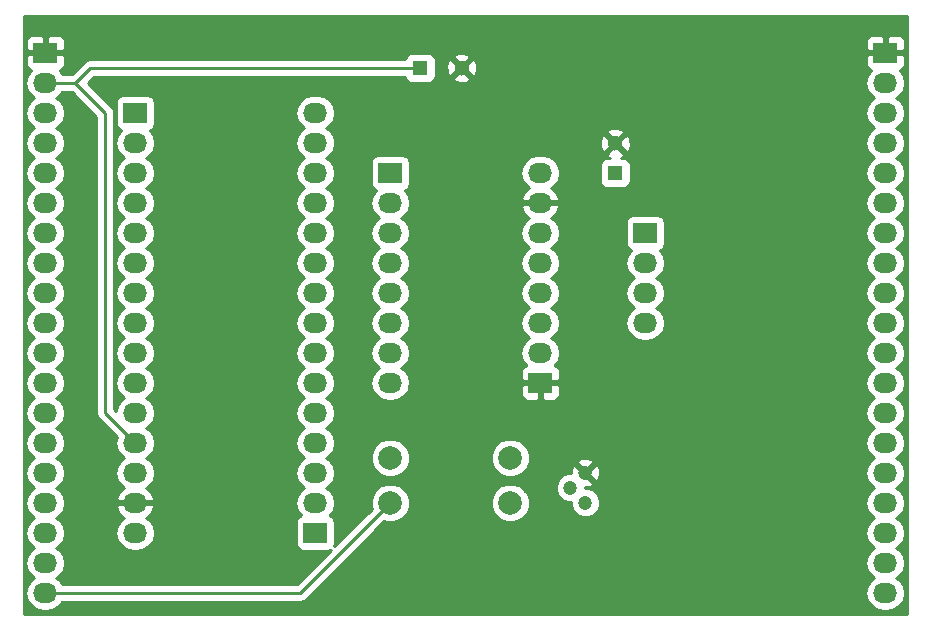
<source format=gbr>
G04 #@! TF.FileFunction,Copper,L2,Bot,Signal*
%FSLAX46Y46*%
G04 Gerber Fmt 4.6, Leading zero omitted, Abs format (unit mm)*
G04 Created by KiCad (PCBNEW 4.0.3+e1-6302~38~ubuntu16.04.1-stable) date Thu Aug 25 17:18:17 2016*
%MOMM*%
%LPD*%
G01*
G04 APERTURE LIST*
%ADD10C,0.100000*%
%ADD11R,1.300000X1.300000*%
%ADD12C,1.300000*%
%ADD13R,2.032000X1.727200*%
%ADD14O,2.032000X1.727200*%
%ADD15C,1.200000*%
%ADD16C,1.998980*%
%ADD17C,0.250000*%
%ADD18C,0.254000*%
G04 APERTURE END LIST*
D10*
D11*
X99060000Y-66040000D03*
D12*
X99060000Y-63540000D03*
D13*
X58420000Y-60960000D03*
D14*
X58420000Y-63500000D03*
X58420000Y-66040000D03*
X58420000Y-68580000D03*
X58420000Y-71120000D03*
X58420000Y-73660000D03*
X58420000Y-76200000D03*
X58420000Y-78740000D03*
X58420000Y-81280000D03*
X58420000Y-83820000D03*
X58420000Y-86360000D03*
X58420000Y-88900000D03*
X58420000Y-91440000D03*
X58420000Y-93980000D03*
X58420000Y-96520000D03*
D13*
X73660000Y-96520000D03*
D14*
X73660000Y-93980000D03*
X73660000Y-91440000D03*
X73660000Y-88900000D03*
X73660000Y-86360000D03*
X73660000Y-83820000D03*
X73660000Y-81280000D03*
X73660000Y-78740000D03*
X73660000Y-76200000D03*
X73660000Y-73660000D03*
X73660000Y-71120000D03*
X73660000Y-68580000D03*
X73660000Y-66040000D03*
X73660000Y-63500000D03*
X73660000Y-60960000D03*
D13*
X80010000Y-66040000D03*
D14*
X80010000Y-68580000D03*
X80010000Y-71120000D03*
X80010000Y-73660000D03*
X80010000Y-76200000D03*
X80010000Y-78740000D03*
X80010000Y-81280000D03*
X80010000Y-83820000D03*
D13*
X92710000Y-83820000D03*
D14*
X92710000Y-81280000D03*
X92710000Y-78740000D03*
X92710000Y-76200000D03*
X92710000Y-73660000D03*
X92710000Y-71120000D03*
X92710000Y-68580000D03*
X92710000Y-66040000D03*
D13*
X101600000Y-71120000D03*
D14*
X101600000Y-73660000D03*
X101600000Y-76200000D03*
X101600000Y-78740000D03*
D13*
X121920000Y-55880000D03*
D14*
X121920000Y-58420000D03*
X121920000Y-60960000D03*
X121920000Y-63500000D03*
X121920000Y-66040000D03*
X121920000Y-68580000D03*
X121920000Y-71120000D03*
X121920000Y-73660000D03*
X121920000Y-76200000D03*
X121920000Y-78740000D03*
X121920000Y-81280000D03*
X121920000Y-83820000D03*
X121920000Y-86360000D03*
X121920000Y-88900000D03*
X121920000Y-91440000D03*
X121920000Y-93980000D03*
X121920000Y-96520000D03*
X121920000Y-99060000D03*
X121920000Y-101600000D03*
D13*
X50800000Y-55880000D03*
D14*
X50800000Y-58420000D03*
X50800000Y-60960000D03*
X50800000Y-63500000D03*
X50800000Y-66040000D03*
X50800000Y-68580000D03*
X50800000Y-71120000D03*
X50800000Y-73660000D03*
X50800000Y-76200000D03*
X50800000Y-78740000D03*
X50800000Y-81280000D03*
X50800000Y-83820000D03*
X50800000Y-86360000D03*
X50800000Y-88900000D03*
X50800000Y-91440000D03*
X50800000Y-93980000D03*
X50800000Y-96520000D03*
X50800000Y-99060000D03*
X50800000Y-101600000D03*
D12*
X86050000Y-57150000D03*
D11*
X82550000Y-57150000D03*
D15*
X96520000Y-91440000D03*
X95250000Y-92710000D03*
X96520000Y-93980000D03*
D16*
X80010000Y-93980000D03*
X90170000Y-93980000D03*
X80010000Y-90170000D03*
X90170000Y-90170000D03*
D17*
X50800000Y-101600000D02*
X72390000Y-101600000D01*
X72390000Y-101600000D02*
X80010000Y-93980000D01*
X53340000Y-58420000D02*
X54610000Y-57150000D01*
X54610000Y-57150000D02*
X82550000Y-57150000D01*
X50800000Y-58420000D02*
X53340000Y-58420000D01*
X55880000Y-86360000D02*
X58420000Y-88900000D01*
X55880000Y-60960000D02*
X55880000Y-86360000D01*
X53340000Y-58420000D02*
X55880000Y-60960000D01*
D18*
G36*
X123750000Y-103430000D02*
X48970000Y-103430000D01*
X48970000Y-58420000D01*
X49116655Y-58420000D01*
X49230729Y-58993489D01*
X49555585Y-59479670D01*
X49870366Y-59690000D01*
X49555585Y-59900330D01*
X49230729Y-60386511D01*
X49116655Y-60960000D01*
X49230729Y-61533489D01*
X49555585Y-62019670D01*
X49870366Y-62230000D01*
X49555585Y-62440330D01*
X49230729Y-62926511D01*
X49116655Y-63500000D01*
X49230729Y-64073489D01*
X49555585Y-64559670D01*
X49870366Y-64770000D01*
X49555585Y-64980330D01*
X49230729Y-65466511D01*
X49116655Y-66040000D01*
X49230729Y-66613489D01*
X49555585Y-67099670D01*
X49870366Y-67310000D01*
X49555585Y-67520330D01*
X49230729Y-68006511D01*
X49116655Y-68580000D01*
X49230729Y-69153489D01*
X49555585Y-69639670D01*
X49870366Y-69850000D01*
X49555585Y-70060330D01*
X49230729Y-70546511D01*
X49116655Y-71120000D01*
X49230729Y-71693489D01*
X49555585Y-72179670D01*
X49870366Y-72390000D01*
X49555585Y-72600330D01*
X49230729Y-73086511D01*
X49116655Y-73660000D01*
X49230729Y-74233489D01*
X49555585Y-74719670D01*
X49870366Y-74930000D01*
X49555585Y-75140330D01*
X49230729Y-75626511D01*
X49116655Y-76200000D01*
X49230729Y-76773489D01*
X49555585Y-77259670D01*
X49870366Y-77470000D01*
X49555585Y-77680330D01*
X49230729Y-78166511D01*
X49116655Y-78740000D01*
X49230729Y-79313489D01*
X49555585Y-79799670D01*
X49870366Y-80010000D01*
X49555585Y-80220330D01*
X49230729Y-80706511D01*
X49116655Y-81280000D01*
X49230729Y-81853489D01*
X49555585Y-82339670D01*
X49870366Y-82550000D01*
X49555585Y-82760330D01*
X49230729Y-83246511D01*
X49116655Y-83820000D01*
X49230729Y-84393489D01*
X49555585Y-84879670D01*
X49870366Y-85090000D01*
X49555585Y-85300330D01*
X49230729Y-85786511D01*
X49116655Y-86360000D01*
X49230729Y-86933489D01*
X49555585Y-87419670D01*
X49870366Y-87630000D01*
X49555585Y-87840330D01*
X49230729Y-88326511D01*
X49116655Y-88900000D01*
X49230729Y-89473489D01*
X49555585Y-89959670D01*
X49870366Y-90170000D01*
X49555585Y-90380330D01*
X49230729Y-90866511D01*
X49116655Y-91440000D01*
X49230729Y-92013489D01*
X49555585Y-92499670D01*
X49870366Y-92710000D01*
X49555585Y-92920330D01*
X49230729Y-93406511D01*
X49116655Y-93980000D01*
X49230729Y-94553489D01*
X49555585Y-95039670D01*
X49870366Y-95250000D01*
X49555585Y-95460330D01*
X49230729Y-95946511D01*
X49116655Y-96520000D01*
X49230729Y-97093489D01*
X49555585Y-97579670D01*
X49870366Y-97790000D01*
X49555585Y-98000330D01*
X49230729Y-98486511D01*
X49116655Y-99060000D01*
X49230729Y-99633489D01*
X49555585Y-100119670D01*
X49870366Y-100330000D01*
X49555585Y-100540330D01*
X49230729Y-101026511D01*
X49116655Y-101600000D01*
X49230729Y-102173489D01*
X49555585Y-102659670D01*
X50041766Y-102984526D01*
X50615255Y-103098600D01*
X50984745Y-103098600D01*
X51558234Y-102984526D01*
X52044415Y-102659670D01*
X52244648Y-102360000D01*
X72390000Y-102360000D01*
X72680839Y-102302148D01*
X72927401Y-102137401D01*
X79518917Y-95545885D01*
X79683453Y-95614206D01*
X80333694Y-95614774D01*
X80934655Y-95366462D01*
X81394846Y-94907073D01*
X81644206Y-94306547D01*
X81644208Y-94303694D01*
X88535226Y-94303694D01*
X88783538Y-94904655D01*
X89242927Y-95364846D01*
X89843453Y-95614206D01*
X90493694Y-95614774D01*
X91094655Y-95366462D01*
X91554846Y-94907073D01*
X91804206Y-94306547D01*
X91804774Y-93656306D01*
X91556462Y-93055345D01*
X91455872Y-92954579D01*
X94014786Y-92954579D01*
X94202408Y-93408657D01*
X94549515Y-93756371D01*
X95003266Y-93944785D01*
X95285030Y-93945031D01*
X95284786Y-94224579D01*
X95472408Y-94678657D01*
X95819515Y-95026371D01*
X96273266Y-95214785D01*
X96764579Y-95215214D01*
X97218657Y-95027592D01*
X97566371Y-94680485D01*
X97754785Y-94226734D01*
X97755214Y-93735421D01*
X97567592Y-93281343D01*
X97220485Y-92933629D01*
X96766734Y-92745215D01*
X96484970Y-92744969D01*
X96485027Y-92679521D01*
X96841413Y-92657482D01*
X97153617Y-92528164D01*
X97203130Y-92302735D01*
X96520000Y-91619605D01*
X96505858Y-91633748D01*
X96326253Y-91454143D01*
X96340395Y-91440000D01*
X96699605Y-91440000D01*
X97382735Y-92123130D01*
X97608164Y-92073617D01*
X97767807Y-91608964D01*
X97737482Y-91118587D01*
X97608164Y-90806383D01*
X97382735Y-90756870D01*
X96699605Y-91440000D01*
X96340395Y-91440000D01*
X95657265Y-90756870D01*
X95431836Y-90806383D01*
X95272193Y-91271036D01*
X95284808Y-91475030D01*
X95005421Y-91474786D01*
X94551343Y-91662408D01*
X94203629Y-92009515D01*
X94015215Y-92463266D01*
X94014786Y-92954579D01*
X91455872Y-92954579D01*
X91097073Y-92595154D01*
X90496547Y-92345794D01*
X89846306Y-92345226D01*
X89245345Y-92593538D01*
X88785154Y-93052927D01*
X88535794Y-93653453D01*
X88535226Y-94303694D01*
X81644208Y-94303694D01*
X81644774Y-93656306D01*
X81396462Y-93055345D01*
X80937073Y-92595154D01*
X80336547Y-92345794D01*
X79686306Y-92345226D01*
X79085345Y-92593538D01*
X78625154Y-93052927D01*
X78375794Y-93653453D01*
X78375226Y-94303694D01*
X78444309Y-94470889D01*
X75256733Y-97658465D01*
X75272431Y-97635490D01*
X75323440Y-97383600D01*
X75323440Y-95656400D01*
X75279162Y-95421083D01*
X75140090Y-95204959D01*
X74927890Y-95059969D01*
X74886561Y-95051600D01*
X74904415Y-95039670D01*
X75229271Y-94553489D01*
X75343345Y-93980000D01*
X75229271Y-93406511D01*
X74904415Y-92920330D01*
X74589634Y-92710000D01*
X74904415Y-92499670D01*
X75229271Y-92013489D01*
X75343345Y-91440000D01*
X75229271Y-90866511D01*
X74980163Y-90493694D01*
X78375226Y-90493694D01*
X78623538Y-91094655D01*
X79082927Y-91554846D01*
X79683453Y-91804206D01*
X80333694Y-91804774D01*
X80934655Y-91556462D01*
X81394846Y-91097073D01*
X81644206Y-90496547D01*
X81644208Y-90493694D01*
X88535226Y-90493694D01*
X88783538Y-91094655D01*
X89242927Y-91554846D01*
X89843453Y-91804206D01*
X90493694Y-91804774D01*
X91094655Y-91556462D01*
X91554846Y-91097073D01*
X91770688Y-90577265D01*
X95836870Y-90577265D01*
X96520000Y-91260395D01*
X97203130Y-90577265D01*
X97153617Y-90351836D01*
X96688964Y-90192193D01*
X96198587Y-90222518D01*
X95886383Y-90351836D01*
X95836870Y-90577265D01*
X91770688Y-90577265D01*
X91804206Y-90496547D01*
X91804774Y-89846306D01*
X91556462Y-89245345D01*
X91097073Y-88785154D01*
X90496547Y-88535794D01*
X89846306Y-88535226D01*
X89245345Y-88783538D01*
X88785154Y-89242927D01*
X88535794Y-89843453D01*
X88535226Y-90493694D01*
X81644208Y-90493694D01*
X81644774Y-89846306D01*
X81396462Y-89245345D01*
X80937073Y-88785154D01*
X80336547Y-88535794D01*
X79686306Y-88535226D01*
X79085345Y-88783538D01*
X78625154Y-89242927D01*
X78375794Y-89843453D01*
X78375226Y-90493694D01*
X74980163Y-90493694D01*
X74904415Y-90380330D01*
X74589634Y-90170000D01*
X74904415Y-89959670D01*
X75229271Y-89473489D01*
X75343345Y-88900000D01*
X75229271Y-88326511D01*
X74904415Y-87840330D01*
X74589634Y-87630000D01*
X74904415Y-87419670D01*
X75229271Y-86933489D01*
X75343345Y-86360000D01*
X75229271Y-85786511D01*
X74904415Y-85300330D01*
X74589634Y-85090000D01*
X74904415Y-84879670D01*
X75229271Y-84393489D01*
X75343345Y-83820000D01*
X75229271Y-83246511D01*
X74904415Y-82760330D01*
X74589634Y-82550000D01*
X74904415Y-82339670D01*
X75229271Y-81853489D01*
X75343345Y-81280000D01*
X75229271Y-80706511D01*
X74904415Y-80220330D01*
X74589634Y-80010000D01*
X74904415Y-79799670D01*
X75229271Y-79313489D01*
X75343345Y-78740000D01*
X75229271Y-78166511D01*
X74904415Y-77680330D01*
X74589634Y-77470000D01*
X74904415Y-77259670D01*
X75229271Y-76773489D01*
X75343345Y-76200000D01*
X75229271Y-75626511D01*
X74904415Y-75140330D01*
X74589634Y-74930000D01*
X74904415Y-74719670D01*
X75229271Y-74233489D01*
X75343345Y-73660000D01*
X75229271Y-73086511D01*
X74904415Y-72600330D01*
X74589634Y-72390000D01*
X74904415Y-72179670D01*
X75229271Y-71693489D01*
X75343345Y-71120000D01*
X75229271Y-70546511D01*
X74904415Y-70060330D01*
X74589634Y-69850000D01*
X74904415Y-69639670D01*
X75229271Y-69153489D01*
X75343345Y-68580000D01*
X78326655Y-68580000D01*
X78440729Y-69153489D01*
X78765585Y-69639670D01*
X79080366Y-69850000D01*
X78765585Y-70060330D01*
X78440729Y-70546511D01*
X78326655Y-71120000D01*
X78440729Y-71693489D01*
X78765585Y-72179670D01*
X79080366Y-72390000D01*
X78765585Y-72600330D01*
X78440729Y-73086511D01*
X78326655Y-73660000D01*
X78440729Y-74233489D01*
X78765585Y-74719670D01*
X79080366Y-74930000D01*
X78765585Y-75140330D01*
X78440729Y-75626511D01*
X78326655Y-76200000D01*
X78440729Y-76773489D01*
X78765585Y-77259670D01*
X79080366Y-77470000D01*
X78765585Y-77680330D01*
X78440729Y-78166511D01*
X78326655Y-78740000D01*
X78440729Y-79313489D01*
X78765585Y-79799670D01*
X79080366Y-80010000D01*
X78765585Y-80220330D01*
X78440729Y-80706511D01*
X78326655Y-81280000D01*
X78440729Y-81853489D01*
X78765585Y-82339670D01*
X79080366Y-82550000D01*
X78765585Y-82760330D01*
X78440729Y-83246511D01*
X78326655Y-83820000D01*
X78440729Y-84393489D01*
X78765585Y-84879670D01*
X79251766Y-85204526D01*
X79825255Y-85318600D01*
X80194745Y-85318600D01*
X80768234Y-85204526D01*
X81254415Y-84879670D01*
X81579271Y-84393489D01*
X81636505Y-84105750D01*
X91059000Y-84105750D01*
X91059000Y-84809909D01*
X91155673Y-85043298D01*
X91334301Y-85221927D01*
X91567690Y-85318600D01*
X92424250Y-85318600D01*
X92583000Y-85159850D01*
X92583000Y-83947000D01*
X92837000Y-83947000D01*
X92837000Y-85159850D01*
X92995750Y-85318600D01*
X93852310Y-85318600D01*
X94085699Y-85221927D01*
X94264327Y-85043298D01*
X94361000Y-84809909D01*
X94361000Y-84105750D01*
X94202250Y-83947000D01*
X92837000Y-83947000D01*
X92583000Y-83947000D01*
X91217750Y-83947000D01*
X91059000Y-84105750D01*
X81636505Y-84105750D01*
X81693345Y-83820000D01*
X81579271Y-83246511D01*
X81254415Y-82760330D01*
X80939634Y-82550000D01*
X81254415Y-82339670D01*
X81579271Y-81853489D01*
X81693345Y-81280000D01*
X81579271Y-80706511D01*
X81254415Y-80220330D01*
X80939634Y-80010000D01*
X81254415Y-79799670D01*
X81579271Y-79313489D01*
X81693345Y-78740000D01*
X81579271Y-78166511D01*
X81254415Y-77680330D01*
X80939634Y-77470000D01*
X81254415Y-77259670D01*
X81579271Y-76773489D01*
X81693345Y-76200000D01*
X81579271Y-75626511D01*
X81254415Y-75140330D01*
X80939634Y-74930000D01*
X81254415Y-74719670D01*
X81579271Y-74233489D01*
X81693345Y-73660000D01*
X81579271Y-73086511D01*
X81254415Y-72600330D01*
X80939634Y-72390000D01*
X81254415Y-72179670D01*
X81579271Y-71693489D01*
X81693345Y-71120000D01*
X91026655Y-71120000D01*
X91140729Y-71693489D01*
X91465585Y-72179670D01*
X91780366Y-72390000D01*
X91465585Y-72600330D01*
X91140729Y-73086511D01*
X91026655Y-73660000D01*
X91140729Y-74233489D01*
X91465585Y-74719670D01*
X91780366Y-74930000D01*
X91465585Y-75140330D01*
X91140729Y-75626511D01*
X91026655Y-76200000D01*
X91140729Y-76773489D01*
X91465585Y-77259670D01*
X91780366Y-77470000D01*
X91465585Y-77680330D01*
X91140729Y-78166511D01*
X91026655Y-78740000D01*
X91140729Y-79313489D01*
X91465585Y-79799670D01*
X91780366Y-80010000D01*
X91465585Y-80220330D01*
X91140729Y-80706511D01*
X91026655Y-81280000D01*
X91140729Y-81853489D01*
X91465585Y-82339670D01*
X91487780Y-82354500D01*
X91334301Y-82418073D01*
X91155673Y-82596702D01*
X91059000Y-82830091D01*
X91059000Y-83534250D01*
X91217750Y-83693000D01*
X92583000Y-83693000D01*
X92583000Y-83673000D01*
X92837000Y-83673000D01*
X92837000Y-83693000D01*
X94202250Y-83693000D01*
X94361000Y-83534250D01*
X94361000Y-82830091D01*
X94264327Y-82596702D01*
X94085699Y-82418073D01*
X93932220Y-82354500D01*
X93954415Y-82339670D01*
X94279271Y-81853489D01*
X94393345Y-81280000D01*
X94279271Y-80706511D01*
X93954415Y-80220330D01*
X93639634Y-80010000D01*
X93954415Y-79799670D01*
X94279271Y-79313489D01*
X94393345Y-78740000D01*
X94279271Y-78166511D01*
X93954415Y-77680330D01*
X93639634Y-77470000D01*
X93954415Y-77259670D01*
X94279271Y-76773489D01*
X94393345Y-76200000D01*
X94279271Y-75626511D01*
X93954415Y-75140330D01*
X93639634Y-74930000D01*
X93954415Y-74719670D01*
X94279271Y-74233489D01*
X94393345Y-73660000D01*
X99916655Y-73660000D01*
X100030729Y-74233489D01*
X100355585Y-74719670D01*
X100670366Y-74930000D01*
X100355585Y-75140330D01*
X100030729Y-75626511D01*
X99916655Y-76200000D01*
X100030729Y-76773489D01*
X100355585Y-77259670D01*
X100670366Y-77470000D01*
X100355585Y-77680330D01*
X100030729Y-78166511D01*
X99916655Y-78740000D01*
X100030729Y-79313489D01*
X100355585Y-79799670D01*
X100841766Y-80124526D01*
X101415255Y-80238600D01*
X101784745Y-80238600D01*
X102358234Y-80124526D01*
X102844415Y-79799670D01*
X103169271Y-79313489D01*
X103283345Y-78740000D01*
X103169271Y-78166511D01*
X102844415Y-77680330D01*
X102529634Y-77470000D01*
X102844415Y-77259670D01*
X103169271Y-76773489D01*
X103283345Y-76200000D01*
X103169271Y-75626511D01*
X102844415Y-75140330D01*
X102529634Y-74930000D01*
X102844415Y-74719670D01*
X103169271Y-74233489D01*
X103283345Y-73660000D01*
X103169271Y-73086511D01*
X102844415Y-72600330D01*
X102830087Y-72590757D01*
X102851317Y-72586762D01*
X103067441Y-72447690D01*
X103212431Y-72235490D01*
X103263440Y-71983600D01*
X103263440Y-70256400D01*
X103219162Y-70021083D01*
X103080090Y-69804959D01*
X102867890Y-69659969D01*
X102616000Y-69608960D01*
X100584000Y-69608960D01*
X100348683Y-69653238D01*
X100132559Y-69792310D01*
X99987569Y-70004510D01*
X99936560Y-70256400D01*
X99936560Y-71983600D01*
X99980838Y-72218917D01*
X100119910Y-72435041D01*
X100332110Y-72580031D01*
X100373439Y-72588400D01*
X100355585Y-72600330D01*
X100030729Y-73086511D01*
X99916655Y-73660000D01*
X94393345Y-73660000D01*
X94279271Y-73086511D01*
X93954415Y-72600330D01*
X93639634Y-72390000D01*
X93954415Y-72179670D01*
X94279271Y-71693489D01*
X94393345Y-71120000D01*
X94279271Y-70546511D01*
X93954415Y-70060330D01*
X93644931Y-69853539D01*
X94060732Y-69482036D01*
X94314709Y-68954791D01*
X94317358Y-68939026D01*
X94196217Y-68707000D01*
X92837000Y-68707000D01*
X92837000Y-68727000D01*
X92583000Y-68727000D01*
X92583000Y-68707000D01*
X91223783Y-68707000D01*
X91102642Y-68939026D01*
X91105291Y-68954791D01*
X91359268Y-69482036D01*
X91775069Y-69853539D01*
X91465585Y-70060330D01*
X91140729Y-70546511D01*
X91026655Y-71120000D01*
X81693345Y-71120000D01*
X81579271Y-70546511D01*
X81254415Y-70060330D01*
X80939634Y-69850000D01*
X81254415Y-69639670D01*
X81579271Y-69153489D01*
X81693345Y-68580000D01*
X81579271Y-68006511D01*
X81254415Y-67520330D01*
X81240087Y-67510757D01*
X81261317Y-67506762D01*
X81477441Y-67367690D01*
X81622431Y-67155490D01*
X81673440Y-66903600D01*
X81673440Y-66040000D01*
X91026655Y-66040000D01*
X91140729Y-66613489D01*
X91465585Y-67099670D01*
X91775069Y-67306461D01*
X91359268Y-67677964D01*
X91105291Y-68205209D01*
X91102642Y-68220974D01*
X91223783Y-68453000D01*
X92583000Y-68453000D01*
X92583000Y-68433000D01*
X92837000Y-68433000D01*
X92837000Y-68453000D01*
X94196217Y-68453000D01*
X94317358Y-68220974D01*
X94314709Y-68205209D01*
X94060732Y-67677964D01*
X93644931Y-67306461D01*
X93954415Y-67099670D01*
X94279271Y-66613489D01*
X94393345Y-66040000D01*
X94279271Y-65466511D01*
X94228148Y-65390000D01*
X97762560Y-65390000D01*
X97762560Y-66690000D01*
X97806838Y-66925317D01*
X97945910Y-67141441D01*
X98158110Y-67286431D01*
X98410000Y-67337440D01*
X99710000Y-67337440D01*
X99945317Y-67293162D01*
X100161441Y-67154090D01*
X100306431Y-66941890D01*
X100357440Y-66690000D01*
X100357440Y-65390000D01*
X100313162Y-65154683D01*
X100174090Y-64938559D01*
X99961890Y-64793569D01*
X99710000Y-64742560D01*
X99547615Y-64742560D01*
X99723729Y-64669611D01*
X99779410Y-64439016D01*
X99060000Y-63719605D01*
X98340590Y-64439016D01*
X98396271Y-64669611D01*
X98605902Y-64742560D01*
X98410000Y-64742560D01*
X98174683Y-64786838D01*
X97958559Y-64925910D01*
X97813569Y-65138110D01*
X97762560Y-65390000D01*
X94228148Y-65390000D01*
X93954415Y-64980330D01*
X93468234Y-64655474D01*
X92894745Y-64541400D01*
X92525255Y-64541400D01*
X91951766Y-64655474D01*
X91465585Y-64980330D01*
X91140729Y-65466511D01*
X91026655Y-66040000D01*
X81673440Y-66040000D01*
X81673440Y-65176400D01*
X81629162Y-64941083D01*
X81490090Y-64724959D01*
X81277890Y-64579969D01*
X81026000Y-64528960D01*
X78994000Y-64528960D01*
X78758683Y-64573238D01*
X78542559Y-64712310D01*
X78397569Y-64924510D01*
X78346560Y-65176400D01*
X78346560Y-66903600D01*
X78390838Y-67138917D01*
X78529910Y-67355041D01*
X78742110Y-67500031D01*
X78783439Y-67508400D01*
X78765585Y-67520330D01*
X78440729Y-68006511D01*
X78326655Y-68580000D01*
X75343345Y-68580000D01*
X75229271Y-68006511D01*
X74904415Y-67520330D01*
X74589634Y-67310000D01*
X74904415Y-67099670D01*
X75229271Y-66613489D01*
X75343345Y-66040000D01*
X75229271Y-65466511D01*
X74904415Y-64980330D01*
X74589634Y-64770000D01*
X74904415Y-64559670D01*
X75229271Y-64073489D01*
X75343345Y-63500000D01*
X75315314Y-63359078D01*
X97762378Y-63359078D01*
X97791917Y-63869428D01*
X97930389Y-64203729D01*
X98160984Y-64259410D01*
X98880395Y-63540000D01*
X99239605Y-63540000D01*
X99959016Y-64259410D01*
X100189611Y-64203729D01*
X100357622Y-63720922D01*
X100328083Y-63210572D01*
X100189611Y-62876271D01*
X99959016Y-62820590D01*
X99239605Y-63540000D01*
X98880395Y-63540000D01*
X98160984Y-62820590D01*
X97930389Y-62876271D01*
X97762378Y-63359078D01*
X75315314Y-63359078D01*
X75229271Y-62926511D01*
X75038488Y-62640984D01*
X98340590Y-62640984D01*
X99060000Y-63360395D01*
X99779410Y-62640984D01*
X99723729Y-62410389D01*
X99240922Y-62242378D01*
X98730572Y-62271917D01*
X98396271Y-62410389D01*
X98340590Y-62640984D01*
X75038488Y-62640984D01*
X74904415Y-62440330D01*
X74589634Y-62230000D01*
X74904415Y-62019670D01*
X75229271Y-61533489D01*
X75343345Y-60960000D01*
X75229271Y-60386511D01*
X74904415Y-59900330D01*
X74418234Y-59575474D01*
X73844745Y-59461400D01*
X73475255Y-59461400D01*
X72901766Y-59575474D01*
X72415585Y-59900330D01*
X72090729Y-60386511D01*
X71976655Y-60960000D01*
X72090729Y-61533489D01*
X72415585Y-62019670D01*
X72730366Y-62230000D01*
X72415585Y-62440330D01*
X72090729Y-62926511D01*
X71976655Y-63500000D01*
X72090729Y-64073489D01*
X72415585Y-64559670D01*
X72730366Y-64770000D01*
X72415585Y-64980330D01*
X72090729Y-65466511D01*
X71976655Y-66040000D01*
X72090729Y-66613489D01*
X72415585Y-67099670D01*
X72730366Y-67310000D01*
X72415585Y-67520330D01*
X72090729Y-68006511D01*
X71976655Y-68580000D01*
X72090729Y-69153489D01*
X72415585Y-69639670D01*
X72730366Y-69850000D01*
X72415585Y-70060330D01*
X72090729Y-70546511D01*
X71976655Y-71120000D01*
X72090729Y-71693489D01*
X72415585Y-72179670D01*
X72730366Y-72390000D01*
X72415585Y-72600330D01*
X72090729Y-73086511D01*
X71976655Y-73660000D01*
X72090729Y-74233489D01*
X72415585Y-74719670D01*
X72730366Y-74930000D01*
X72415585Y-75140330D01*
X72090729Y-75626511D01*
X71976655Y-76200000D01*
X72090729Y-76773489D01*
X72415585Y-77259670D01*
X72730366Y-77470000D01*
X72415585Y-77680330D01*
X72090729Y-78166511D01*
X71976655Y-78740000D01*
X72090729Y-79313489D01*
X72415585Y-79799670D01*
X72730366Y-80010000D01*
X72415585Y-80220330D01*
X72090729Y-80706511D01*
X71976655Y-81280000D01*
X72090729Y-81853489D01*
X72415585Y-82339670D01*
X72730366Y-82550000D01*
X72415585Y-82760330D01*
X72090729Y-83246511D01*
X71976655Y-83820000D01*
X72090729Y-84393489D01*
X72415585Y-84879670D01*
X72730366Y-85090000D01*
X72415585Y-85300330D01*
X72090729Y-85786511D01*
X71976655Y-86360000D01*
X72090729Y-86933489D01*
X72415585Y-87419670D01*
X72730366Y-87630000D01*
X72415585Y-87840330D01*
X72090729Y-88326511D01*
X71976655Y-88900000D01*
X72090729Y-89473489D01*
X72415585Y-89959670D01*
X72730366Y-90170000D01*
X72415585Y-90380330D01*
X72090729Y-90866511D01*
X71976655Y-91440000D01*
X72090729Y-92013489D01*
X72415585Y-92499670D01*
X72730366Y-92710000D01*
X72415585Y-92920330D01*
X72090729Y-93406511D01*
X71976655Y-93980000D01*
X72090729Y-94553489D01*
X72415585Y-95039670D01*
X72429913Y-95049243D01*
X72408683Y-95053238D01*
X72192559Y-95192310D01*
X72047569Y-95404510D01*
X71996560Y-95656400D01*
X71996560Y-97383600D01*
X72040838Y-97618917D01*
X72179910Y-97835041D01*
X72392110Y-97980031D01*
X72644000Y-98031040D01*
X74676000Y-98031040D01*
X74911317Y-97986762D01*
X74959334Y-97955864D01*
X72075198Y-100840000D01*
X52244648Y-100840000D01*
X52044415Y-100540330D01*
X51729634Y-100330000D01*
X52044415Y-100119670D01*
X52369271Y-99633489D01*
X52483345Y-99060000D01*
X52369271Y-98486511D01*
X52044415Y-98000330D01*
X51729634Y-97790000D01*
X52044415Y-97579670D01*
X52369271Y-97093489D01*
X52483345Y-96520000D01*
X56736655Y-96520000D01*
X56850729Y-97093489D01*
X57175585Y-97579670D01*
X57661766Y-97904526D01*
X58235255Y-98018600D01*
X58604745Y-98018600D01*
X59178234Y-97904526D01*
X59664415Y-97579670D01*
X59989271Y-97093489D01*
X60103345Y-96520000D01*
X59989271Y-95946511D01*
X59664415Y-95460330D01*
X59354931Y-95253539D01*
X59770732Y-94882036D01*
X60024709Y-94354791D01*
X60027358Y-94339026D01*
X59906217Y-94107000D01*
X58547000Y-94107000D01*
X58547000Y-94127000D01*
X58293000Y-94127000D01*
X58293000Y-94107000D01*
X56933783Y-94107000D01*
X56812642Y-94339026D01*
X56815291Y-94354791D01*
X57069268Y-94882036D01*
X57485069Y-95253539D01*
X57175585Y-95460330D01*
X56850729Y-95946511D01*
X56736655Y-96520000D01*
X52483345Y-96520000D01*
X52369271Y-95946511D01*
X52044415Y-95460330D01*
X51729634Y-95250000D01*
X52044415Y-95039670D01*
X52369271Y-94553489D01*
X52483345Y-93980000D01*
X52369271Y-93406511D01*
X52044415Y-92920330D01*
X51729634Y-92710000D01*
X52044415Y-92499670D01*
X52369271Y-92013489D01*
X52483345Y-91440000D01*
X52369271Y-90866511D01*
X52044415Y-90380330D01*
X51729634Y-90170000D01*
X52044415Y-89959670D01*
X52369271Y-89473489D01*
X52483345Y-88900000D01*
X52369271Y-88326511D01*
X52044415Y-87840330D01*
X51729634Y-87630000D01*
X52044415Y-87419670D01*
X52369271Y-86933489D01*
X52483345Y-86360000D01*
X52369271Y-85786511D01*
X52044415Y-85300330D01*
X51729634Y-85090000D01*
X52044415Y-84879670D01*
X52369271Y-84393489D01*
X52483345Y-83820000D01*
X52369271Y-83246511D01*
X52044415Y-82760330D01*
X51729634Y-82550000D01*
X52044415Y-82339670D01*
X52369271Y-81853489D01*
X52483345Y-81280000D01*
X52369271Y-80706511D01*
X52044415Y-80220330D01*
X51729634Y-80010000D01*
X52044415Y-79799670D01*
X52369271Y-79313489D01*
X52483345Y-78740000D01*
X52369271Y-78166511D01*
X52044415Y-77680330D01*
X51729634Y-77470000D01*
X52044415Y-77259670D01*
X52369271Y-76773489D01*
X52483345Y-76200000D01*
X52369271Y-75626511D01*
X52044415Y-75140330D01*
X51729634Y-74930000D01*
X52044415Y-74719670D01*
X52369271Y-74233489D01*
X52483345Y-73660000D01*
X52369271Y-73086511D01*
X52044415Y-72600330D01*
X51729634Y-72390000D01*
X52044415Y-72179670D01*
X52369271Y-71693489D01*
X52483345Y-71120000D01*
X52369271Y-70546511D01*
X52044415Y-70060330D01*
X51729634Y-69850000D01*
X52044415Y-69639670D01*
X52369271Y-69153489D01*
X52483345Y-68580000D01*
X52369271Y-68006511D01*
X52044415Y-67520330D01*
X51729634Y-67310000D01*
X52044415Y-67099670D01*
X52369271Y-66613489D01*
X52483345Y-66040000D01*
X52369271Y-65466511D01*
X52044415Y-64980330D01*
X51729634Y-64770000D01*
X52044415Y-64559670D01*
X52369271Y-64073489D01*
X52483345Y-63500000D01*
X52369271Y-62926511D01*
X52044415Y-62440330D01*
X51729634Y-62230000D01*
X52044415Y-62019670D01*
X52369271Y-61533489D01*
X52483345Y-60960000D01*
X52369271Y-60386511D01*
X52044415Y-59900330D01*
X51729634Y-59690000D01*
X52044415Y-59479670D01*
X52244648Y-59180000D01*
X53025198Y-59180000D01*
X55120000Y-61274802D01*
X55120000Y-86360000D01*
X55177852Y-86650839D01*
X55342599Y-86897401D01*
X56837619Y-88392421D01*
X56736655Y-88900000D01*
X56850729Y-89473489D01*
X57175585Y-89959670D01*
X57490366Y-90170000D01*
X57175585Y-90380330D01*
X56850729Y-90866511D01*
X56736655Y-91440000D01*
X56850729Y-92013489D01*
X57175585Y-92499670D01*
X57485069Y-92706461D01*
X57069268Y-93077964D01*
X56815291Y-93605209D01*
X56812642Y-93620974D01*
X56933783Y-93853000D01*
X58293000Y-93853000D01*
X58293000Y-93833000D01*
X58547000Y-93833000D01*
X58547000Y-93853000D01*
X59906217Y-93853000D01*
X60027358Y-93620974D01*
X60024709Y-93605209D01*
X59770732Y-93077964D01*
X59354931Y-92706461D01*
X59664415Y-92499670D01*
X59989271Y-92013489D01*
X60103345Y-91440000D01*
X59989271Y-90866511D01*
X59664415Y-90380330D01*
X59349634Y-90170000D01*
X59664415Y-89959670D01*
X59989271Y-89473489D01*
X60103345Y-88900000D01*
X59989271Y-88326511D01*
X59664415Y-87840330D01*
X59349634Y-87630000D01*
X59664415Y-87419670D01*
X59989271Y-86933489D01*
X60103345Y-86360000D01*
X59989271Y-85786511D01*
X59664415Y-85300330D01*
X59349634Y-85090000D01*
X59664415Y-84879670D01*
X59989271Y-84393489D01*
X60103345Y-83820000D01*
X59989271Y-83246511D01*
X59664415Y-82760330D01*
X59349634Y-82550000D01*
X59664415Y-82339670D01*
X59989271Y-81853489D01*
X60103345Y-81280000D01*
X59989271Y-80706511D01*
X59664415Y-80220330D01*
X59349634Y-80010000D01*
X59664415Y-79799670D01*
X59989271Y-79313489D01*
X60103345Y-78740000D01*
X59989271Y-78166511D01*
X59664415Y-77680330D01*
X59349634Y-77470000D01*
X59664415Y-77259670D01*
X59989271Y-76773489D01*
X60103345Y-76200000D01*
X59989271Y-75626511D01*
X59664415Y-75140330D01*
X59349634Y-74930000D01*
X59664415Y-74719670D01*
X59989271Y-74233489D01*
X60103345Y-73660000D01*
X59989271Y-73086511D01*
X59664415Y-72600330D01*
X59349634Y-72390000D01*
X59664415Y-72179670D01*
X59989271Y-71693489D01*
X60103345Y-71120000D01*
X59989271Y-70546511D01*
X59664415Y-70060330D01*
X59349634Y-69850000D01*
X59664415Y-69639670D01*
X59989271Y-69153489D01*
X60103345Y-68580000D01*
X59989271Y-68006511D01*
X59664415Y-67520330D01*
X59349634Y-67310000D01*
X59664415Y-67099670D01*
X59989271Y-66613489D01*
X60103345Y-66040000D01*
X59989271Y-65466511D01*
X59664415Y-64980330D01*
X59349634Y-64770000D01*
X59664415Y-64559670D01*
X59989271Y-64073489D01*
X60103345Y-63500000D01*
X59989271Y-62926511D01*
X59664415Y-62440330D01*
X59650087Y-62430757D01*
X59671317Y-62426762D01*
X59887441Y-62287690D01*
X60032431Y-62075490D01*
X60083440Y-61823600D01*
X60083440Y-60096400D01*
X60039162Y-59861083D01*
X59900090Y-59644959D01*
X59687890Y-59499969D01*
X59436000Y-59448960D01*
X57404000Y-59448960D01*
X57168683Y-59493238D01*
X56952559Y-59632310D01*
X56807569Y-59844510D01*
X56756560Y-60096400D01*
X56756560Y-61823600D01*
X56800838Y-62058917D01*
X56939910Y-62275041D01*
X57152110Y-62420031D01*
X57193439Y-62428400D01*
X57175585Y-62440330D01*
X56850729Y-62926511D01*
X56736655Y-63500000D01*
X56850729Y-64073489D01*
X57175585Y-64559670D01*
X57490366Y-64770000D01*
X57175585Y-64980330D01*
X56850729Y-65466511D01*
X56736655Y-66040000D01*
X56850729Y-66613489D01*
X57175585Y-67099670D01*
X57490366Y-67310000D01*
X57175585Y-67520330D01*
X56850729Y-68006511D01*
X56736655Y-68580000D01*
X56850729Y-69153489D01*
X57175585Y-69639670D01*
X57490366Y-69850000D01*
X57175585Y-70060330D01*
X56850729Y-70546511D01*
X56736655Y-71120000D01*
X56850729Y-71693489D01*
X57175585Y-72179670D01*
X57490366Y-72390000D01*
X57175585Y-72600330D01*
X56850729Y-73086511D01*
X56736655Y-73660000D01*
X56850729Y-74233489D01*
X57175585Y-74719670D01*
X57490366Y-74930000D01*
X57175585Y-75140330D01*
X56850729Y-75626511D01*
X56736655Y-76200000D01*
X56850729Y-76773489D01*
X57175585Y-77259670D01*
X57490366Y-77470000D01*
X57175585Y-77680330D01*
X56850729Y-78166511D01*
X56736655Y-78740000D01*
X56850729Y-79313489D01*
X57175585Y-79799670D01*
X57490366Y-80010000D01*
X57175585Y-80220330D01*
X56850729Y-80706511D01*
X56736655Y-81280000D01*
X56850729Y-81853489D01*
X57175585Y-82339670D01*
X57490366Y-82550000D01*
X57175585Y-82760330D01*
X56850729Y-83246511D01*
X56736655Y-83820000D01*
X56850729Y-84393489D01*
X57175585Y-84879670D01*
X57490366Y-85090000D01*
X57175585Y-85300330D01*
X56850729Y-85786511D01*
X56772848Y-86178046D01*
X56640000Y-86045198D01*
X56640000Y-60960000D01*
X56582148Y-60669161D01*
X56582148Y-60669160D01*
X56417401Y-60422599D01*
X54414802Y-58420000D01*
X54924802Y-57910000D01*
X81273258Y-57910000D01*
X81296838Y-58035317D01*
X81435910Y-58251441D01*
X81648110Y-58396431D01*
X81900000Y-58447440D01*
X83200000Y-58447440D01*
X83435317Y-58403162D01*
X83651441Y-58264090D01*
X83796431Y-58051890D01*
X83797012Y-58049016D01*
X85330590Y-58049016D01*
X85386271Y-58279611D01*
X85869078Y-58447622D01*
X86346307Y-58420000D01*
X120236655Y-58420000D01*
X120350729Y-58993489D01*
X120675585Y-59479670D01*
X120990366Y-59690000D01*
X120675585Y-59900330D01*
X120350729Y-60386511D01*
X120236655Y-60960000D01*
X120350729Y-61533489D01*
X120675585Y-62019670D01*
X120990366Y-62230000D01*
X120675585Y-62440330D01*
X120350729Y-62926511D01*
X120236655Y-63500000D01*
X120350729Y-64073489D01*
X120675585Y-64559670D01*
X120990366Y-64770000D01*
X120675585Y-64980330D01*
X120350729Y-65466511D01*
X120236655Y-66040000D01*
X120350729Y-66613489D01*
X120675585Y-67099670D01*
X120990366Y-67310000D01*
X120675585Y-67520330D01*
X120350729Y-68006511D01*
X120236655Y-68580000D01*
X120350729Y-69153489D01*
X120675585Y-69639670D01*
X120990366Y-69850000D01*
X120675585Y-70060330D01*
X120350729Y-70546511D01*
X120236655Y-71120000D01*
X120350729Y-71693489D01*
X120675585Y-72179670D01*
X120990366Y-72390000D01*
X120675585Y-72600330D01*
X120350729Y-73086511D01*
X120236655Y-73660000D01*
X120350729Y-74233489D01*
X120675585Y-74719670D01*
X120990366Y-74930000D01*
X120675585Y-75140330D01*
X120350729Y-75626511D01*
X120236655Y-76200000D01*
X120350729Y-76773489D01*
X120675585Y-77259670D01*
X120990366Y-77470000D01*
X120675585Y-77680330D01*
X120350729Y-78166511D01*
X120236655Y-78740000D01*
X120350729Y-79313489D01*
X120675585Y-79799670D01*
X120990366Y-80010000D01*
X120675585Y-80220330D01*
X120350729Y-80706511D01*
X120236655Y-81280000D01*
X120350729Y-81853489D01*
X120675585Y-82339670D01*
X120990366Y-82550000D01*
X120675585Y-82760330D01*
X120350729Y-83246511D01*
X120236655Y-83820000D01*
X120350729Y-84393489D01*
X120675585Y-84879670D01*
X120990366Y-85090000D01*
X120675585Y-85300330D01*
X120350729Y-85786511D01*
X120236655Y-86360000D01*
X120350729Y-86933489D01*
X120675585Y-87419670D01*
X120990366Y-87630000D01*
X120675585Y-87840330D01*
X120350729Y-88326511D01*
X120236655Y-88900000D01*
X120350729Y-89473489D01*
X120675585Y-89959670D01*
X120990366Y-90170000D01*
X120675585Y-90380330D01*
X120350729Y-90866511D01*
X120236655Y-91440000D01*
X120350729Y-92013489D01*
X120675585Y-92499670D01*
X120990366Y-92710000D01*
X120675585Y-92920330D01*
X120350729Y-93406511D01*
X120236655Y-93980000D01*
X120350729Y-94553489D01*
X120675585Y-95039670D01*
X120990366Y-95250000D01*
X120675585Y-95460330D01*
X120350729Y-95946511D01*
X120236655Y-96520000D01*
X120350729Y-97093489D01*
X120675585Y-97579670D01*
X120990366Y-97790000D01*
X120675585Y-98000330D01*
X120350729Y-98486511D01*
X120236655Y-99060000D01*
X120350729Y-99633489D01*
X120675585Y-100119670D01*
X120990366Y-100330000D01*
X120675585Y-100540330D01*
X120350729Y-101026511D01*
X120236655Y-101600000D01*
X120350729Y-102173489D01*
X120675585Y-102659670D01*
X121161766Y-102984526D01*
X121735255Y-103098600D01*
X122104745Y-103098600D01*
X122678234Y-102984526D01*
X123164415Y-102659670D01*
X123489271Y-102173489D01*
X123603345Y-101600000D01*
X123489271Y-101026511D01*
X123164415Y-100540330D01*
X122849634Y-100330000D01*
X123164415Y-100119670D01*
X123489271Y-99633489D01*
X123603345Y-99060000D01*
X123489271Y-98486511D01*
X123164415Y-98000330D01*
X122849634Y-97790000D01*
X123164415Y-97579670D01*
X123489271Y-97093489D01*
X123603345Y-96520000D01*
X123489271Y-95946511D01*
X123164415Y-95460330D01*
X122849634Y-95250000D01*
X123164415Y-95039670D01*
X123489271Y-94553489D01*
X123603345Y-93980000D01*
X123489271Y-93406511D01*
X123164415Y-92920330D01*
X122849634Y-92710000D01*
X123164415Y-92499670D01*
X123489271Y-92013489D01*
X123603345Y-91440000D01*
X123489271Y-90866511D01*
X123164415Y-90380330D01*
X122849634Y-90170000D01*
X123164415Y-89959670D01*
X123489271Y-89473489D01*
X123603345Y-88900000D01*
X123489271Y-88326511D01*
X123164415Y-87840330D01*
X122849634Y-87630000D01*
X123164415Y-87419670D01*
X123489271Y-86933489D01*
X123603345Y-86360000D01*
X123489271Y-85786511D01*
X123164415Y-85300330D01*
X122849634Y-85090000D01*
X123164415Y-84879670D01*
X123489271Y-84393489D01*
X123603345Y-83820000D01*
X123489271Y-83246511D01*
X123164415Y-82760330D01*
X122849634Y-82550000D01*
X123164415Y-82339670D01*
X123489271Y-81853489D01*
X123603345Y-81280000D01*
X123489271Y-80706511D01*
X123164415Y-80220330D01*
X122849634Y-80010000D01*
X123164415Y-79799670D01*
X123489271Y-79313489D01*
X123603345Y-78740000D01*
X123489271Y-78166511D01*
X123164415Y-77680330D01*
X122849634Y-77470000D01*
X123164415Y-77259670D01*
X123489271Y-76773489D01*
X123603345Y-76200000D01*
X123489271Y-75626511D01*
X123164415Y-75140330D01*
X122849634Y-74930000D01*
X123164415Y-74719670D01*
X123489271Y-74233489D01*
X123603345Y-73660000D01*
X123489271Y-73086511D01*
X123164415Y-72600330D01*
X122849634Y-72390000D01*
X123164415Y-72179670D01*
X123489271Y-71693489D01*
X123603345Y-71120000D01*
X123489271Y-70546511D01*
X123164415Y-70060330D01*
X122849634Y-69850000D01*
X123164415Y-69639670D01*
X123489271Y-69153489D01*
X123603345Y-68580000D01*
X123489271Y-68006511D01*
X123164415Y-67520330D01*
X122849634Y-67310000D01*
X123164415Y-67099670D01*
X123489271Y-66613489D01*
X123603345Y-66040000D01*
X123489271Y-65466511D01*
X123164415Y-64980330D01*
X122849634Y-64770000D01*
X123164415Y-64559670D01*
X123489271Y-64073489D01*
X123603345Y-63500000D01*
X123489271Y-62926511D01*
X123164415Y-62440330D01*
X122849634Y-62230000D01*
X123164415Y-62019670D01*
X123489271Y-61533489D01*
X123603345Y-60960000D01*
X123489271Y-60386511D01*
X123164415Y-59900330D01*
X122849634Y-59690000D01*
X123164415Y-59479670D01*
X123489271Y-58993489D01*
X123603345Y-58420000D01*
X123489271Y-57846511D01*
X123164415Y-57360330D01*
X123142220Y-57345500D01*
X123295699Y-57281927D01*
X123474327Y-57103298D01*
X123571000Y-56869909D01*
X123571000Y-56165750D01*
X123412250Y-56007000D01*
X122047000Y-56007000D01*
X122047000Y-56027000D01*
X121793000Y-56027000D01*
X121793000Y-56007000D01*
X120427750Y-56007000D01*
X120269000Y-56165750D01*
X120269000Y-56869909D01*
X120365673Y-57103298D01*
X120544301Y-57281927D01*
X120697780Y-57345500D01*
X120675585Y-57360330D01*
X120350729Y-57846511D01*
X120236655Y-58420000D01*
X86346307Y-58420000D01*
X86379428Y-58418083D01*
X86713729Y-58279611D01*
X86769410Y-58049016D01*
X86050000Y-57329605D01*
X85330590Y-58049016D01*
X83797012Y-58049016D01*
X83847440Y-57800000D01*
X83847440Y-56969078D01*
X84752378Y-56969078D01*
X84781917Y-57479428D01*
X84920389Y-57813729D01*
X85150984Y-57869410D01*
X85870395Y-57150000D01*
X86229605Y-57150000D01*
X86949016Y-57869410D01*
X87179611Y-57813729D01*
X87347622Y-57330922D01*
X87318083Y-56820572D01*
X87179611Y-56486271D01*
X86949016Y-56430590D01*
X86229605Y-57150000D01*
X85870395Y-57150000D01*
X85150984Y-56430590D01*
X84920389Y-56486271D01*
X84752378Y-56969078D01*
X83847440Y-56969078D01*
X83847440Y-56500000D01*
X83803162Y-56264683D01*
X83794347Y-56250984D01*
X85330590Y-56250984D01*
X86050000Y-56970395D01*
X86769410Y-56250984D01*
X86713729Y-56020389D01*
X86230922Y-55852378D01*
X85720572Y-55881917D01*
X85386271Y-56020389D01*
X85330590Y-56250984D01*
X83794347Y-56250984D01*
X83664090Y-56048559D01*
X83451890Y-55903569D01*
X83200000Y-55852560D01*
X81900000Y-55852560D01*
X81664683Y-55896838D01*
X81448559Y-56035910D01*
X81303569Y-56248110D01*
X81274836Y-56390000D01*
X54610000Y-56390000D01*
X54319160Y-56447852D01*
X54072599Y-56612599D01*
X53025198Y-57660000D01*
X52244648Y-57660000D01*
X52044415Y-57360330D01*
X52022220Y-57345500D01*
X52175699Y-57281927D01*
X52354327Y-57103298D01*
X52451000Y-56869909D01*
X52451000Y-56165750D01*
X52292250Y-56007000D01*
X50927000Y-56007000D01*
X50927000Y-56027000D01*
X50673000Y-56027000D01*
X50673000Y-56007000D01*
X49307750Y-56007000D01*
X49149000Y-56165750D01*
X49149000Y-56869909D01*
X49245673Y-57103298D01*
X49424301Y-57281927D01*
X49577780Y-57345500D01*
X49555585Y-57360330D01*
X49230729Y-57846511D01*
X49116655Y-58420000D01*
X48970000Y-58420000D01*
X48970000Y-54890091D01*
X49149000Y-54890091D01*
X49149000Y-55594250D01*
X49307750Y-55753000D01*
X50673000Y-55753000D01*
X50673000Y-54540150D01*
X50927000Y-54540150D01*
X50927000Y-55753000D01*
X52292250Y-55753000D01*
X52451000Y-55594250D01*
X52451000Y-54890091D01*
X120269000Y-54890091D01*
X120269000Y-55594250D01*
X120427750Y-55753000D01*
X121793000Y-55753000D01*
X121793000Y-54540150D01*
X122047000Y-54540150D01*
X122047000Y-55753000D01*
X123412250Y-55753000D01*
X123571000Y-55594250D01*
X123571000Y-54890091D01*
X123474327Y-54656702D01*
X123295699Y-54478073D01*
X123062310Y-54381400D01*
X122205750Y-54381400D01*
X122047000Y-54540150D01*
X121793000Y-54540150D01*
X121634250Y-54381400D01*
X120777690Y-54381400D01*
X120544301Y-54478073D01*
X120365673Y-54656702D01*
X120269000Y-54890091D01*
X52451000Y-54890091D01*
X52354327Y-54656702D01*
X52175699Y-54478073D01*
X51942310Y-54381400D01*
X51085750Y-54381400D01*
X50927000Y-54540150D01*
X50673000Y-54540150D01*
X50514250Y-54381400D01*
X49657690Y-54381400D01*
X49424301Y-54478073D01*
X49245673Y-54656702D01*
X49149000Y-54890091D01*
X48970000Y-54890091D01*
X48970000Y-52780000D01*
X123750000Y-52780000D01*
X123750000Y-103430000D01*
X123750000Y-103430000D01*
G37*
X123750000Y-103430000D02*
X48970000Y-103430000D01*
X48970000Y-58420000D01*
X49116655Y-58420000D01*
X49230729Y-58993489D01*
X49555585Y-59479670D01*
X49870366Y-59690000D01*
X49555585Y-59900330D01*
X49230729Y-60386511D01*
X49116655Y-60960000D01*
X49230729Y-61533489D01*
X49555585Y-62019670D01*
X49870366Y-62230000D01*
X49555585Y-62440330D01*
X49230729Y-62926511D01*
X49116655Y-63500000D01*
X49230729Y-64073489D01*
X49555585Y-64559670D01*
X49870366Y-64770000D01*
X49555585Y-64980330D01*
X49230729Y-65466511D01*
X49116655Y-66040000D01*
X49230729Y-66613489D01*
X49555585Y-67099670D01*
X49870366Y-67310000D01*
X49555585Y-67520330D01*
X49230729Y-68006511D01*
X49116655Y-68580000D01*
X49230729Y-69153489D01*
X49555585Y-69639670D01*
X49870366Y-69850000D01*
X49555585Y-70060330D01*
X49230729Y-70546511D01*
X49116655Y-71120000D01*
X49230729Y-71693489D01*
X49555585Y-72179670D01*
X49870366Y-72390000D01*
X49555585Y-72600330D01*
X49230729Y-73086511D01*
X49116655Y-73660000D01*
X49230729Y-74233489D01*
X49555585Y-74719670D01*
X49870366Y-74930000D01*
X49555585Y-75140330D01*
X49230729Y-75626511D01*
X49116655Y-76200000D01*
X49230729Y-76773489D01*
X49555585Y-77259670D01*
X49870366Y-77470000D01*
X49555585Y-77680330D01*
X49230729Y-78166511D01*
X49116655Y-78740000D01*
X49230729Y-79313489D01*
X49555585Y-79799670D01*
X49870366Y-80010000D01*
X49555585Y-80220330D01*
X49230729Y-80706511D01*
X49116655Y-81280000D01*
X49230729Y-81853489D01*
X49555585Y-82339670D01*
X49870366Y-82550000D01*
X49555585Y-82760330D01*
X49230729Y-83246511D01*
X49116655Y-83820000D01*
X49230729Y-84393489D01*
X49555585Y-84879670D01*
X49870366Y-85090000D01*
X49555585Y-85300330D01*
X49230729Y-85786511D01*
X49116655Y-86360000D01*
X49230729Y-86933489D01*
X49555585Y-87419670D01*
X49870366Y-87630000D01*
X49555585Y-87840330D01*
X49230729Y-88326511D01*
X49116655Y-88900000D01*
X49230729Y-89473489D01*
X49555585Y-89959670D01*
X49870366Y-90170000D01*
X49555585Y-90380330D01*
X49230729Y-90866511D01*
X49116655Y-91440000D01*
X49230729Y-92013489D01*
X49555585Y-92499670D01*
X49870366Y-92710000D01*
X49555585Y-92920330D01*
X49230729Y-93406511D01*
X49116655Y-93980000D01*
X49230729Y-94553489D01*
X49555585Y-95039670D01*
X49870366Y-95250000D01*
X49555585Y-95460330D01*
X49230729Y-95946511D01*
X49116655Y-96520000D01*
X49230729Y-97093489D01*
X49555585Y-97579670D01*
X49870366Y-97790000D01*
X49555585Y-98000330D01*
X49230729Y-98486511D01*
X49116655Y-99060000D01*
X49230729Y-99633489D01*
X49555585Y-100119670D01*
X49870366Y-100330000D01*
X49555585Y-100540330D01*
X49230729Y-101026511D01*
X49116655Y-101600000D01*
X49230729Y-102173489D01*
X49555585Y-102659670D01*
X50041766Y-102984526D01*
X50615255Y-103098600D01*
X50984745Y-103098600D01*
X51558234Y-102984526D01*
X52044415Y-102659670D01*
X52244648Y-102360000D01*
X72390000Y-102360000D01*
X72680839Y-102302148D01*
X72927401Y-102137401D01*
X79518917Y-95545885D01*
X79683453Y-95614206D01*
X80333694Y-95614774D01*
X80934655Y-95366462D01*
X81394846Y-94907073D01*
X81644206Y-94306547D01*
X81644208Y-94303694D01*
X88535226Y-94303694D01*
X88783538Y-94904655D01*
X89242927Y-95364846D01*
X89843453Y-95614206D01*
X90493694Y-95614774D01*
X91094655Y-95366462D01*
X91554846Y-94907073D01*
X91804206Y-94306547D01*
X91804774Y-93656306D01*
X91556462Y-93055345D01*
X91455872Y-92954579D01*
X94014786Y-92954579D01*
X94202408Y-93408657D01*
X94549515Y-93756371D01*
X95003266Y-93944785D01*
X95285030Y-93945031D01*
X95284786Y-94224579D01*
X95472408Y-94678657D01*
X95819515Y-95026371D01*
X96273266Y-95214785D01*
X96764579Y-95215214D01*
X97218657Y-95027592D01*
X97566371Y-94680485D01*
X97754785Y-94226734D01*
X97755214Y-93735421D01*
X97567592Y-93281343D01*
X97220485Y-92933629D01*
X96766734Y-92745215D01*
X96484970Y-92744969D01*
X96485027Y-92679521D01*
X96841413Y-92657482D01*
X97153617Y-92528164D01*
X97203130Y-92302735D01*
X96520000Y-91619605D01*
X96505858Y-91633748D01*
X96326253Y-91454143D01*
X96340395Y-91440000D01*
X96699605Y-91440000D01*
X97382735Y-92123130D01*
X97608164Y-92073617D01*
X97767807Y-91608964D01*
X97737482Y-91118587D01*
X97608164Y-90806383D01*
X97382735Y-90756870D01*
X96699605Y-91440000D01*
X96340395Y-91440000D01*
X95657265Y-90756870D01*
X95431836Y-90806383D01*
X95272193Y-91271036D01*
X95284808Y-91475030D01*
X95005421Y-91474786D01*
X94551343Y-91662408D01*
X94203629Y-92009515D01*
X94015215Y-92463266D01*
X94014786Y-92954579D01*
X91455872Y-92954579D01*
X91097073Y-92595154D01*
X90496547Y-92345794D01*
X89846306Y-92345226D01*
X89245345Y-92593538D01*
X88785154Y-93052927D01*
X88535794Y-93653453D01*
X88535226Y-94303694D01*
X81644208Y-94303694D01*
X81644774Y-93656306D01*
X81396462Y-93055345D01*
X80937073Y-92595154D01*
X80336547Y-92345794D01*
X79686306Y-92345226D01*
X79085345Y-92593538D01*
X78625154Y-93052927D01*
X78375794Y-93653453D01*
X78375226Y-94303694D01*
X78444309Y-94470889D01*
X75256733Y-97658465D01*
X75272431Y-97635490D01*
X75323440Y-97383600D01*
X75323440Y-95656400D01*
X75279162Y-95421083D01*
X75140090Y-95204959D01*
X74927890Y-95059969D01*
X74886561Y-95051600D01*
X74904415Y-95039670D01*
X75229271Y-94553489D01*
X75343345Y-93980000D01*
X75229271Y-93406511D01*
X74904415Y-92920330D01*
X74589634Y-92710000D01*
X74904415Y-92499670D01*
X75229271Y-92013489D01*
X75343345Y-91440000D01*
X75229271Y-90866511D01*
X74980163Y-90493694D01*
X78375226Y-90493694D01*
X78623538Y-91094655D01*
X79082927Y-91554846D01*
X79683453Y-91804206D01*
X80333694Y-91804774D01*
X80934655Y-91556462D01*
X81394846Y-91097073D01*
X81644206Y-90496547D01*
X81644208Y-90493694D01*
X88535226Y-90493694D01*
X88783538Y-91094655D01*
X89242927Y-91554846D01*
X89843453Y-91804206D01*
X90493694Y-91804774D01*
X91094655Y-91556462D01*
X91554846Y-91097073D01*
X91770688Y-90577265D01*
X95836870Y-90577265D01*
X96520000Y-91260395D01*
X97203130Y-90577265D01*
X97153617Y-90351836D01*
X96688964Y-90192193D01*
X96198587Y-90222518D01*
X95886383Y-90351836D01*
X95836870Y-90577265D01*
X91770688Y-90577265D01*
X91804206Y-90496547D01*
X91804774Y-89846306D01*
X91556462Y-89245345D01*
X91097073Y-88785154D01*
X90496547Y-88535794D01*
X89846306Y-88535226D01*
X89245345Y-88783538D01*
X88785154Y-89242927D01*
X88535794Y-89843453D01*
X88535226Y-90493694D01*
X81644208Y-90493694D01*
X81644774Y-89846306D01*
X81396462Y-89245345D01*
X80937073Y-88785154D01*
X80336547Y-88535794D01*
X79686306Y-88535226D01*
X79085345Y-88783538D01*
X78625154Y-89242927D01*
X78375794Y-89843453D01*
X78375226Y-90493694D01*
X74980163Y-90493694D01*
X74904415Y-90380330D01*
X74589634Y-90170000D01*
X74904415Y-89959670D01*
X75229271Y-89473489D01*
X75343345Y-88900000D01*
X75229271Y-88326511D01*
X74904415Y-87840330D01*
X74589634Y-87630000D01*
X74904415Y-87419670D01*
X75229271Y-86933489D01*
X75343345Y-86360000D01*
X75229271Y-85786511D01*
X74904415Y-85300330D01*
X74589634Y-85090000D01*
X74904415Y-84879670D01*
X75229271Y-84393489D01*
X75343345Y-83820000D01*
X75229271Y-83246511D01*
X74904415Y-82760330D01*
X74589634Y-82550000D01*
X74904415Y-82339670D01*
X75229271Y-81853489D01*
X75343345Y-81280000D01*
X75229271Y-80706511D01*
X74904415Y-80220330D01*
X74589634Y-80010000D01*
X74904415Y-79799670D01*
X75229271Y-79313489D01*
X75343345Y-78740000D01*
X75229271Y-78166511D01*
X74904415Y-77680330D01*
X74589634Y-77470000D01*
X74904415Y-77259670D01*
X75229271Y-76773489D01*
X75343345Y-76200000D01*
X75229271Y-75626511D01*
X74904415Y-75140330D01*
X74589634Y-74930000D01*
X74904415Y-74719670D01*
X75229271Y-74233489D01*
X75343345Y-73660000D01*
X75229271Y-73086511D01*
X74904415Y-72600330D01*
X74589634Y-72390000D01*
X74904415Y-72179670D01*
X75229271Y-71693489D01*
X75343345Y-71120000D01*
X75229271Y-70546511D01*
X74904415Y-70060330D01*
X74589634Y-69850000D01*
X74904415Y-69639670D01*
X75229271Y-69153489D01*
X75343345Y-68580000D01*
X78326655Y-68580000D01*
X78440729Y-69153489D01*
X78765585Y-69639670D01*
X79080366Y-69850000D01*
X78765585Y-70060330D01*
X78440729Y-70546511D01*
X78326655Y-71120000D01*
X78440729Y-71693489D01*
X78765585Y-72179670D01*
X79080366Y-72390000D01*
X78765585Y-72600330D01*
X78440729Y-73086511D01*
X78326655Y-73660000D01*
X78440729Y-74233489D01*
X78765585Y-74719670D01*
X79080366Y-74930000D01*
X78765585Y-75140330D01*
X78440729Y-75626511D01*
X78326655Y-76200000D01*
X78440729Y-76773489D01*
X78765585Y-77259670D01*
X79080366Y-77470000D01*
X78765585Y-77680330D01*
X78440729Y-78166511D01*
X78326655Y-78740000D01*
X78440729Y-79313489D01*
X78765585Y-79799670D01*
X79080366Y-80010000D01*
X78765585Y-80220330D01*
X78440729Y-80706511D01*
X78326655Y-81280000D01*
X78440729Y-81853489D01*
X78765585Y-82339670D01*
X79080366Y-82550000D01*
X78765585Y-82760330D01*
X78440729Y-83246511D01*
X78326655Y-83820000D01*
X78440729Y-84393489D01*
X78765585Y-84879670D01*
X79251766Y-85204526D01*
X79825255Y-85318600D01*
X80194745Y-85318600D01*
X80768234Y-85204526D01*
X81254415Y-84879670D01*
X81579271Y-84393489D01*
X81636505Y-84105750D01*
X91059000Y-84105750D01*
X91059000Y-84809909D01*
X91155673Y-85043298D01*
X91334301Y-85221927D01*
X91567690Y-85318600D01*
X92424250Y-85318600D01*
X92583000Y-85159850D01*
X92583000Y-83947000D01*
X92837000Y-83947000D01*
X92837000Y-85159850D01*
X92995750Y-85318600D01*
X93852310Y-85318600D01*
X94085699Y-85221927D01*
X94264327Y-85043298D01*
X94361000Y-84809909D01*
X94361000Y-84105750D01*
X94202250Y-83947000D01*
X92837000Y-83947000D01*
X92583000Y-83947000D01*
X91217750Y-83947000D01*
X91059000Y-84105750D01*
X81636505Y-84105750D01*
X81693345Y-83820000D01*
X81579271Y-83246511D01*
X81254415Y-82760330D01*
X80939634Y-82550000D01*
X81254415Y-82339670D01*
X81579271Y-81853489D01*
X81693345Y-81280000D01*
X81579271Y-80706511D01*
X81254415Y-80220330D01*
X80939634Y-80010000D01*
X81254415Y-79799670D01*
X81579271Y-79313489D01*
X81693345Y-78740000D01*
X81579271Y-78166511D01*
X81254415Y-77680330D01*
X80939634Y-77470000D01*
X81254415Y-77259670D01*
X81579271Y-76773489D01*
X81693345Y-76200000D01*
X81579271Y-75626511D01*
X81254415Y-75140330D01*
X80939634Y-74930000D01*
X81254415Y-74719670D01*
X81579271Y-74233489D01*
X81693345Y-73660000D01*
X81579271Y-73086511D01*
X81254415Y-72600330D01*
X80939634Y-72390000D01*
X81254415Y-72179670D01*
X81579271Y-71693489D01*
X81693345Y-71120000D01*
X91026655Y-71120000D01*
X91140729Y-71693489D01*
X91465585Y-72179670D01*
X91780366Y-72390000D01*
X91465585Y-72600330D01*
X91140729Y-73086511D01*
X91026655Y-73660000D01*
X91140729Y-74233489D01*
X91465585Y-74719670D01*
X91780366Y-74930000D01*
X91465585Y-75140330D01*
X91140729Y-75626511D01*
X91026655Y-76200000D01*
X91140729Y-76773489D01*
X91465585Y-77259670D01*
X91780366Y-77470000D01*
X91465585Y-77680330D01*
X91140729Y-78166511D01*
X91026655Y-78740000D01*
X91140729Y-79313489D01*
X91465585Y-79799670D01*
X91780366Y-80010000D01*
X91465585Y-80220330D01*
X91140729Y-80706511D01*
X91026655Y-81280000D01*
X91140729Y-81853489D01*
X91465585Y-82339670D01*
X91487780Y-82354500D01*
X91334301Y-82418073D01*
X91155673Y-82596702D01*
X91059000Y-82830091D01*
X91059000Y-83534250D01*
X91217750Y-83693000D01*
X92583000Y-83693000D01*
X92583000Y-83673000D01*
X92837000Y-83673000D01*
X92837000Y-83693000D01*
X94202250Y-83693000D01*
X94361000Y-83534250D01*
X94361000Y-82830091D01*
X94264327Y-82596702D01*
X94085699Y-82418073D01*
X93932220Y-82354500D01*
X93954415Y-82339670D01*
X94279271Y-81853489D01*
X94393345Y-81280000D01*
X94279271Y-80706511D01*
X93954415Y-80220330D01*
X93639634Y-80010000D01*
X93954415Y-79799670D01*
X94279271Y-79313489D01*
X94393345Y-78740000D01*
X94279271Y-78166511D01*
X93954415Y-77680330D01*
X93639634Y-77470000D01*
X93954415Y-77259670D01*
X94279271Y-76773489D01*
X94393345Y-76200000D01*
X94279271Y-75626511D01*
X93954415Y-75140330D01*
X93639634Y-74930000D01*
X93954415Y-74719670D01*
X94279271Y-74233489D01*
X94393345Y-73660000D01*
X99916655Y-73660000D01*
X100030729Y-74233489D01*
X100355585Y-74719670D01*
X100670366Y-74930000D01*
X100355585Y-75140330D01*
X100030729Y-75626511D01*
X99916655Y-76200000D01*
X100030729Y-76773489D01*
X100355585Y-77259670D01*
X100670366Y-77470000D01*
X100355585Y-77680330D01*
X100030729Y-78166511D01*
X99916655Y-78740000D01*
X100030729Y-79313489D01*
X100355585Y-79799670D01*
X100841766Y-80124526D01*
X101415255Y-80238600D01*
X101784745Y-80238600D01*
X102358234Y-80124526D01*
X102844415Y-79799670D01*
X103169271Y-79313489D01*
X103283345Y-78740000D01*
X103169271Y-78166511D01*
X102844415Y-77680330D01*
X102529634Y-77470000D01*
X102844415Y-77259670D01*
X103169271Y-76773489D01*
X103283345Y-76200000D01*
X103169271Y-75626511D01*
X102844415Y-75140330D01*
X102529634Y-74930000D01*
X102844415Y-74719670D01*
X103169271Y-74233489D01*
X103283345Y-73660000D01*
X103169271Y-73086511D01*
X102844415Y-72600330D01*
X102830087Y-72590757D01*
X102851317Y-72586762D01*
X103067441Y-72447690D01*
X103212431Y-72235490D01*
X103263440Y-71983600D01*
X103263440Y-70256400D01*
X103219162Y-70021083D01*
X103080090Y-69804959D01*
X102867890Y-69659969D01*
X102616000Y-69608960D01*
X100584000Y-69608960D01*
X100348683Y-69653238D01*
X100132559Y-69792310D01*
X99987569Y-70004510D01*
X99936560Y-70256400D01*
X99936560Y-71983600D01*
X99980838Y-72218917D01*
X100119910Y-72435041D01*
X100332110Y-72580031D01*
X100373439Y-72588400D01*
X100355585Y-72600330D01*
X100030729Y-73086511D01*
X99916655Y-73660000D01*
X94393345Y-73660000D01*
X94279271Y-73086511D01*
X93954415Y-72600330D01*
X93639634Y-72390000D01*
X93954415Y-72179670D01*
X94279271Y-71693489D01*
X94393345Y-71120000D01*
X94279271Y-70546511D01*
X93954415Y-70060330D01*
X93644931Y-69853539D01*
X94060732Y-69482036D01*
X94314709Y-68954791D01*
X94317358Y-68939026D01*
X94196217Y-68707000D01*
X92837000Y-68707000D01*
X92837000Y-68727000D01*
X92583000Y-68727000D01*
X92583000Y-68707000D01*
X91223783Y-68707000D01*
X91102642Y-68939026D01*
X91105291Y-68954791D01*
X91359268Y-69482036D01*
X91775069Y-69853539D01*
X91465585Y-70060330D01*
X91140729Y-70546511D01*
X91026655Y-71120000D01*
X81693345Y-71120000D01*
X81579271Y-70546511D01*
X81254415Y-70060330D01*
X80939634Y-69850000D01*
X81254415Y-69639670D01*
X81579271Y-69153489D01*
X81693345Y-68580000D01*
X81579271Y-68006511D01*
X81254415Y-67520330D01*
X81240087Y-67510757D01*
X81261317Y-67506762D01*
X81477441Y-67367690D01*
X81622431Y-67155490D01*
X81673440Y-66903600D01*
X81673440Y-66040000D01*
X91026655Y-66040000D01*
X91140729Y-66613489D01*
X91465585Y-67099670D01*
X91775069Y-67306461D01*
X91359268Y-67677964D01*
X91105291Y-68205209D01*
X91102642Y-68220974D01*
X91223783Y-68453000D01*
X92583000Y-68453000D01*
X92583000Y-68433000D01*
X92837000Y-68433000D01*
X92837000Y-68453000D01*
X94196217Y-68453000D01*
X94317358Y-68220974D01*
X94314709Y-68205209D01*
X94060732Y-67677964D01*
X93644931Y-67306461D01*
X93954415Y-67099670D01*
X94279271Y-66613489D01*
X94393345Y-66040000D01*
X94279271Y-65466511D01*
X94228148Y-65390000D01*
X97762560Y-65390000D01*
X97762560Y-66690000D01*
X97806838Y-66925317D01*
X97945910Y-67141441D01*
X98158110Y-67286431D01*
X98410000Y-67337440D01*
X99710000Y-67337440D01*
X99945317Y-67293162D01*
X100161441Y-67154090D01*
X100306431Y-66941890D01*
X100357440Y-66690000D01*
X100357440Y-65390000D01*
X100313162Y-65154683D01*
X100174090Y-64938559D01*
X99961890Y-64793569D01*
X99710000Y-64742560D01*
X99547615Y-64742560D01*
X99723729Y-64669611D01*
X99779410Y-64439016D01*
X99060000Y-63719605D01*
X98340590Y-64439016D01*
X98396271Y-64669611D01*
X98605902Y-64742560D01*
X98410000Y-64742560D01*
X98174683Y-64786838D01*
X97958559Y-64925910D01*
X97813569Y-65138110D01*
X97762560Y-65390000D01*
X94228148Y-65390000D01*
X93954415Y-64980330D01*
X93468234Y-64655474D01*
X92894745Y-64541400D01*
X92525255Y-64541400D01*
X91951766Y-64655474D01*
X91465585Y-64980330D01*
X91140729Y-65466511D01*
X91026655Y-66040000D01*
X81673440Y-66040000D01*
X81673440Y-65176400D01*
X81629162Y-64941083D01*
X81490090Y-64724959D01*
X81277890Y-64579969D01*
X81026000Y-64528960D01*
X78994000Y-64528960D01*
X78758683Y-64573238D01*
X78542559Y-64712310D01*
X78397569Y-64924510D01*
X78346560Y-65176400D01*
X78346560Y-66903600D01*
X78390838Y-67138917D01*
X78529910Y-67355041D01*
X78742110Y-67500031D01*
X78783439Y-67508400D01*
X78765585Y-67520330D01*
X78440729Y-68006511D01*
X78326655Y-68580000D01*
X75343345Y-68580000D01*
X75229271Y-68006511D01*
X74904415Y-67520330D01*
X74589634Y-67310000D01*
X74904415Y-67099670D01*
X75229271Y-66613489D01*
X75343345Y-66040000D01*
X75229271Y-65466511D01*
X74904415Y-64980330D01*
X74589634Y-64770000D01*
X74904415Y-64559670D01*
X75229271Y-64073489D01*
X75343345Y-63500000D01*
X75315314Y-63359078D01*
X97762378Y-63359078D01*
X97791917Y-63869428D01*
X97930389Y-64203729D01*
X98160984Y-64259410D01*
X98880395Y-63540000D01*
X99239605Y-63540000D01*
X99959016Y-64259410D01*
X100189611Y-64203729D01*
X100357622Y-63720922D01*
X100328083Y-63210572D01*
X100189611Y-62876271D01*
X99959016Y-62820590D01*
X99239605Y-63540000D01*
X98880395Y-63540000D01*
X98160984Y-62820590D01*
X97930389Y-62876271D01*
X97762378Y-63359078D01*
X75315314Y-63359078D01*
X75229271Y-62926511D01*
X75038488Y-62640984D01*
X98340590Y-62640984D01*
X99060000Y-63360395D01*
X99779410Y-62640984D01*
X99723729Y-62410389D01*
X99240922Y-62242378D01*
X98730572Y-62271917D01*
X98396271Y-62410389D01*
X98340590Y-62640984D01*
X75038488Y-62640984D01*
X74904415Y-62440330D01*
X74589634Y-62230000D01*
X74904415Y-62019670D01*
X75229271Y-61533489D01*
X75343345Y-60960000D01*
X75229271Y-60386511D01*
X74904415Y-59900330D01*
X74418234Y-59575474D01*
X73844745Y-59461400D01*
X73475255Y-59461400D01*
X72901766Y-59575474D01*
X72415585Y-59900330D01*
X72090729Y-60386511D01*
X71976655Y-60960000D01*
X72090729Y-61533489D01*
X72415585Y-62019670D01*
X72730366Y-62230000D01*
X72415585Y-62440330D01*
X72090729Y-62926511D01*
X71976655Y-63500000D01*
X72090729Y-64073489D01*
X72415585Y-64559670D01*
X72730366Y-64770000D01*
X72415585Y-64980330D01*
X72090729Y-65466511D01*
X71976655Y-66040000D01*
X72090729Y-66613489D01*
X72415585Y-67099670D01*
X72730366Y-67310000D01*
X72415585Y-67520330D01*
X72090729Y-68006511D01*
X71976655Y-68580000D01*
X72090729Y-69153489D01*
X72415585Y-69639670D01*
X72730366Y-69850000D01*
X72415585Y-70060330D01*
X72090729Y-70546511D01*
X71976655Y-71120000D01*
X72090729Y-71693489D01*
X72415585Y-72179670D01*
X72730366Y-72390000D01*
X72415585Y-72600330D01*
X72090729Y-73086511D01*
X71976655Y-73660000D01*
X72090729Y-74233489D01*
X72415585Y-74719670D01*
X72730366Y-74930000D01*
X72415585Y-75140330D01*
X72090729Y-75626511D01*
X71976655Y-76200000D01*
X72090729Y-76773489D01*
X72415585Y-77259670D01*
X72730366Y-77470000D01*
X72415585Y-77680330D01*
X72090729Y-78166511D01*
X71976655Y-78740000D01*
X72090729Y-79313489D01*
X72415585Y-79799670D01*
X72730366Y-80010000D01*
X72415585Y-80220330D01*
X72090729Y-80706511D01*
X71976655Y-81280000D01*
X72090729Y-81853489D01*
X72415585Y-82339670D01*
X72730366Y-82550000D01*
X72415585Y-82760330D01*
X72090729Y-83246511D01*
X71976655Y-83820000D01*
X72090729Y-84393489D01*
X72415585Y-84879670D01*
X72730366Y-85090000D01*
X72415585Y-85300330D01*
X72090729Y-85786511D01*
X71976655Y-86360000D01*
X72090729Y-86933489D01*
X72415585Y-87419670D01*
X72730366Y-87630000D01*
X72415585Y-87840330D01*
X72090729Y-88326511D01*
X71976655Y-88900000D01*
X72090729Y-89473489D01*
X72415585Y-89959670D01*
X72730366Y-90170000D01*
X72415585Y-90380330D01*
X72090729Y-90866511D01*
X71976655Y-91440000D01*
X72090729Y-92013489D01*
X72415585Y-92499670D01*
X72730366Y-92710000D01*
X72415585Y-92920330D01*
X72090729Y-93406511D01*
X71976655Y-93980000D01*
X72090729Y-94553489D01*
X72415585Y-95039670D01*
X72429913Y-95049243D01*
X72408683Y-95053238D01*
X72192559Y-95192310D01*
X72047569Y-95404510D01*
X71996560Y-95656400D01*
X71996560Y-97383600D01*
X72040838Y-97618917D01*
X72179910Y-97835041D01*
X72392110Y-97980031D01*
X72644000Y-98031040D01*
X74676000Y-98031040D01*
X74911317Y-97986762D01*
X74959334Y-97955864D01*
X72075198Y-100840000D01*
X52244648Y-100840000D01*
X52044415Y-100540330D01*
X51729634Y-100330000D01*
X52044415Y-100119670D01*
X52369271Y-99633489D01*
X52483345Y-99060000D01*
X52369271Y-98486511D01*
X52044415Y-98000330D01*
X51729634Y-97790000D01*
X52044415Y-97579670D01*
X52369271Y-97093489D01*
X52483345Y-96520000D01*
X56736655Y-96520000D01*
X56850729Y-97093489D01*
X57175585Y-97579670D01*
X57661766Y-97904526D01*
X58235255Y-98018600D01*
X58604745Y-98018600D01*
X59178234Y-97904526D01*
X59664415Y-97579670D01*
X59989271Y-97093489D01*
X60103345Y-96520000D01*
X59989271Y-95946511D01*
X59664415Y-95460330D01*
X59354931Y-95253539D01*
X59770732Y-94882036D01*
X60024709Y-94354791D01*
X60027358Y-94339026D01*
X59906217Y-94107000D01*
X58547000Y-94107000D01*
X58547000Y-94127000D01*
X58293000Y-94127000D01*
X58293000Y-94107000D01*
X56933783Y-94107000D01*
X56812642Y-94339026D01*
X56815291Y-94354791D01*
X57069268Y-94882036D01*
X57485069Y-95253539D01*
X57175585Y-95460330D01*
X56850729Y-95946511D01*
X56736655Y-96520000D01*
X52483345Y-96520000D01*
X52369271Y-95946511D01*
X52044415Y-95460330D01*
X51729634Y-95250000D01*
X52044415Y-95039670D01*
X52369271Y-94553489D01*
X52483345Y-93980000D01*
X52369271Y-93406511D01*
X52044415Y-92920330D01*
X51729634Y-92710000D01*
X52044415Y-92499670D01*
X52369271Y-92013489D01*
X52483345Y-91440000D01*
X52369271Y-90866511D01*
X52044415Y-90380330D01*
X51729634Y-90170000D01*
X52044415Y-89959670D01*
X52369271Y-89473489D01*
X52483345Y-88900000D01*
X52369271Y-88326511D01*
X52044415Y-87840330D01*
X51729634Y-87630000D01*
X52044415Y-87419670D01*
X52369271Y-86933489D01*
X52483345Y-86360000D01*
X52369271Y-85786511D01*
X52044415Y-85300330D01*
X51729634Y-85090000D01*
X52044415Y-84879670D01*
X52369271Y-84393489D01*
X52483345Y-83820000D01*
X52369271Y-83246511D01*
X52044415Y-82760330D01*
X51729634Y-82550000D01*
X52044415Y-82339670D01*
X52369271Y-81853489D01*
X52483345Y-81280000D01*
X52369271Y-80706511D01*
X52044415Y-80220330D01*
X51729634Y-80010000D01*
X52044415Y-79799670D01*
X52369271Y-79313489D01*
X52483345Y-78740000D01*
X52369271Y-78166511D01*
X52044415Y-77680330D01*
X51729634Y-77470000D01*
X52044415Y-77259670D01*
X52369271Y-76773489D01*
X52483345Y-76200000D01*
X52369271Y-75626511D01*
X52044415Y-75140330D01*
X51729634Y-74930000D01*
X52044415Y-74719670D01*
X52369271Y-74233489D01*
X52483345Y-73660000D01*
X52369271Y-73086511D01*
X52044415Y-72600330D01*
X51729634Y-72390000D01*
X52044415Y-72179670D01*
X52369271Y-71693489D01*
X52483345Y-71120000D01*
X52369271Y-70546511D01*
X52044415Y-70060330D01*
X51729634Y-69850000D01*
X52044415Y-69639670D01*
X52369271Y-69153489D01*
X52483345Y-68580000D01*
X52369271Y-68006511D01*
X52044415Y-67520330D01*
X51729634Y-67310000D01*
X52044415Y-67099670D01*
X52369271Y-66613489D01*
X52483345Y-66040000D01*
X52369271Y-65466511D01*
X52044415Y-64980330D01*
X51729634Y-64770000D01*
X52044415Y-64559670D01*
X52369271Y-64073489D01*
X52483345Y-63500000D01*
X52369271Y-62926511D01*
X52044415Y-62440330D01*
X51729634Y-62230000D01*
X52044415Y-62019670D01*
X52369271Y-61533489D01*
X52483345Y-60960000D01*
X52369271Y-60386511D01*
X52044415Y-59900330D01*
X51729634Y-59690000D01*
X52044415Y-59479670D01*
X52244648Y-59180000D01*
X53025198Y-59180000D01*
X55120000Y-61274802D01*
X55120000Y-86360000D01*
X55177852Y-86650839D01*
X55342599Y-86897401D01*
X56837619Y-88392421D01*
X56736655Y-88900000D01*
X56850729Y-89473489D01*
X57175585Y-89959670D01*
X57490366Y-90170000D01*
X57175585Y-90380330D01*
X56850729Y-90866511D01*
X56736655Y-91440000D01*
X56850729Y-92013489D01*
X57175585Y-92499670D01*
X57485069Y-92706461D01*
X57069268Y-93077964D01*
X56815291Y-93605209D01*
X56812642Y-93620974D01*
X56933783Y-93853000D01*
X58293000Y-93853000D01*
X58293000Y-93833000D01*
X58547000Y-93833000D01*
X58547000Y-93853000D01*
X59906217Y-93853000D01*
X60027358Y-93620974D01*
X60024709Y-93605209D01*
X59770732Y-93077964D01*
X59354931Y-92706461D01*
X59664415Y-92499670D01*
X59989271Y-92013489D01*
X60103345Y-91440000D01*
X59989271Y-90866511D01*
X59664415Y-90380330D01*
X59349634Y-90170000D01*
X59664415Y-89959670D01*
X59989271Y-89473489D01*
X60103345Y-88900000D01*
X59989271Y-88326511D01*
X59664415Y-87840330D01*
X59349634Y-87630000D01*
X59664415Y-87419670D01*
X59989271Y-86933489D01*
X60103345Y-86360000D01*
X59989271Y-85786511D01*
X59664415Y-85300330D01*
X59349634Y-85090000D01*
X59664415Y-84879670D01*
X59989271Y-84393489D01*
X60103345Y-83820000D01*
X59989271Y-83246511D01*
X59664415Y-82760330D01*
X59349634Y-82550000D01*
X59664415Y-82339670D01*
X59989271Y-81853489D01*
X60103345Y-81280000D01*
X59989271Y-80706511D01*
X59664415Y-80220330D01*
X59349634Y-80010000D01*
X59664415Y-79799670D01*
X59989271Y-79313489D01*
X60103345Y-78740000D01*
X59989271Y-78166511D01*
X59664415Y-77680330D01*
X59349634Y-77470000D01*
X59664415Y-77259670D01*
X59989271Y-76773489D01*
X60103345Y-76200000D01*
X59989271Y-75626511D01*
X59664415Y-75140330D01*
X59349634Y-74930000D01*
X59664415Y-74719670D01*
X59989271Y-74233489D01*
X60103345Y-73660000D01*
X59989271Y-73086511D01*
X59664415Y-72600330D01*
X59349634Y-72390000D01*
X59664415Y-72179670D01*
X59989271Y-71693489D01*
X60103345Y-71120000D01*
X59989271Y-70546511D01*
X59664415Y-70060330D01*
X59349634Y-69850000D01*
X59664415Y-69639670D01*
X59989271Y-69153489D01*
X60103345Y-68580000D01*
X59989271Y-68006511D01*
X59664415Y-67520330D01*
X59349634Y-67310000D01*
X59664415Y-67099670D01*
X59989271Y-66613489D01*
X60103345Y-66040000D01*
X59989271Y-65466511D01*
X59664415Y-64980330D01*
X59349634Y-64770000D01*
X59664415Y-64559670D01*
X59989271Y-64073489D01*
X60103345Y-63500000D01*
X59989271Y-62926511D01*
X59664415Y-62440330D01*
X59650087Y-62430757D01*
X59671317Y-62426762D01*
X59887441Y-62287690D01*
X60032431Y-62075490D01*
X60083440Y-61823600D01*
X60083440Y-60096400D01*
X60039162Y-59861083D01*
X59900090Y-59644959D01*
X59687890Y-59499969D01*
X59436000Y-59448960D01*
X57404000Y-59448960D01*
X57168683Y-59493238D01*
X56952559Y-59632310D01*
X56807569Y-59844510D01*
X56756560Y-60096400D01*
X56756560Y-61823600D01*
X56800838Y-62058917D01*
X56939910Y-62275041D01*
X57152110Y-62420031D01*
X57193439Y-62428400D01*
X57175585Y-62440330D01*
X56850729Y-62926511D01*
X56736655Y-63500000D01*
X56850729Y-64073489D01*
X57175585Y-64559670D01*
X57490366Y-64770000D01*
X57175585Y-64980330D01*
X56850729Y-65466511D01*
X56736655Y-66040000D01*
X56850729Y-66613489D01*
X57175585Y-67099670D01*
X57490366Y-67310000D01*
X57175585Y-67520330D01*
X56850729Y-68006511D01*
X56736655Y-68580000D01*
X56850729Y-69153489D01*
X57175585Y-69639670D01*
X57490366Y-69850000D01*
X57175585Y-70060330D01*
X56850729Y-70546511D01*
X56736655Y-71120000D01*
X56850729Y-71693489D01*
X57175585Y-72179670D01*
X57490366Y-72390000D01*
X57175585Y-72600330D01*
X56850729Y-73086511D01*
X56736655Y-73660000D01*
X56850729Y-74233489D01*
X57175585Y-74719670D01*
X57490366Y-74930000D01*
X57175585Y-75140330D01*
X56850729Y-75626511D01*
X56736655Y-76200000D01*
X56850729Y-76773489D01*
X57175585Y-77259670D01*
X57490366Y-77470000D01*
X57175585Y-77680330D01*
X56850729Y-78166511D01*
X56736655Y-78740000D01*
X56850729Y-79313489D01*
X57175585Y-79799670D01*
X57490366Y-80010000D01*
X57175585Y-80220330D01*
X56850729Y-80706511D01*
X56736655Y-81280000D01*
X56850729Y-81853489D01*
X57175585Y-82339670D01*
X57490366Y-82550000D01*
X57175585Y-82760330D01*
X56850729Y-83246511D01*
X56736655Y-83820000D01*
X56850729Y-84393489D01*
X57175585Y-84879670D01*
X57490366Y-85090000D01*
X57175585Y-85300330D01*
X56850729Y-85786511D01*
X56772848Y-86178046D01*
X56640000Y-86045198D01*
X56640000Y-60960000D01*
X56582148Y-60669161D01*
X56582148Y-60669160D01*
X56417401Y-60422599D01*
X54414802Y-58420000D01*
X54924802Y-57910000D01*
X81273258Y-57910000D01*
X81296838Y-58035317D01*
X81435910Y-58251441D01*
X81648110Y-58396431D01*
X81900000Y-58447440D01*
X83200000Y-58447440D01*
X83435317Y-58403162D01*
X83651441Y-58264090D01*
X83796431Y-58051890D01*
X83797012Y-58049016D01*
X85330590Y-58049016D01*
X85386271Y-58279611D01*
X85869078Y-58447622D01*
X86346307Y-58420000D01*
X120236655Y-58420000D01*
X120350729Y-58993489D01*
X120675585Y-59479670D01*
X120990366Y-59690000D01*
X120675585Y-59900330D01*
X120350729Y-60386511D01*
X120236655Y-60960000D01*
X120350729Y-61533489D01*
X120675585Y-62019670D01*
X120990366Y-62230000D01*
X120675585Y-62440330D01*
X120350729Y-62926511D01*
X120236655Y-63500000D01*
X120350729Y-64073489D01*
X120675585Y-64559670D01*
X120990366Y-64770000D01*
X120675585Y-64980330D01*
X120350729Y-65466511D01*
X120236655Y-66040000D01*
X120350729Y-66613489D01*
X120675585Y-67099670D01*
X120990366Y-67310000D01*
X120675585Y-67520330D01*
X120350729Y-68006511D01*
X120236655Y-68580000D01*
X120350729Y-69153489D01*
X120675585Y-69639670D01*
X120990366Y-69850000D01*
X120675585Y-70060330D01*
X120350729Y-70546511D01*
X120236655Y-71120000D01*
X120350729Y-71693489D01*
X120675585Y-72179670D01*
X120990366Y-72390000D01*
X120675585Y-72600330D01*
X120350729Y-73086511D01*
X120236655Y-73660000D01*
X120350729Y-74233489D01*
X120675585Y-74719670D01*
X120990366Y-74930000D01*
X120675585Y-75140330D01*
X120350729Y-75626511D01*
X120236655Y-76200000D01*
X120350729Y-76773489D01*
X120675585Y-77259670D01*
X120990366Y-77470000D01*
X120675585Y-77680330D01*
X120350729Y-78166511D01*
X120236655Y-78740000D01*
X120350729Y-79313489D01*
X120675585Y-79799670D01*
X120990366Y-80010000D01*
X120675585Y-80220330D01*
X120350729Y-80706511D01*
X120236655Y-81280000D01*
X120350729Y-81853489D01*
X120675585Y-82339670D01*
X120990366Y-82550000D01*
X120675585Y-82760330D01*
X120350729Y-83246511D01*
X120236655Y-83820000D01*
X120350729Y-84393489D01*
X120675585Y-84879670D01*
X120990366Y-85090000D01*
X120675585Y-85300330D01*
X120350729Y-85786511D01*
X120236655Y-86360000D01*
X120350729Y-86933489D01*
X120675585Y-87419670D01*
X120990366Y-87630000D01*
X120675585Y-87840330D01*
X120350729Y-88326511D01*
X120236655Y-88900000D01*
X120350729Y-89473489D01*
X120675585Y-89959670D01*
X120990366Y-90170000D01*
X120675585Y-90380330D01*
X120350729Y-90866511D01*
X120236655Y-91440000D01*
X120350729Y-92013489D01*
X120675585Y-92499670D01*
X120990366Y-92710000D01*
X120675585Y-92920330D01*
X120350729Y-93406511D01*
X120236655Y-93980000D01*
X120350729Y-94553489D01*
X120675585Y-95039670D01*
X120990366Y-95250000D01*
X120675585Y-95460330D01*
X120350729Y-95946511D01*
X120236655Y-96520000D01*
X120350729Y-97093489D01*
X120675585Y-97579670D01*
X120990366Y-97790000D01*
X120675585Y-98000330D01*
X120350729Y-98486511D01*
X120236655Y-99060000D01*
X120350729Y-99633489D01*
X120675585Y-100119670D01*
X120990366Y-100330000D01*
X120675585Y-100540330D01*
X120350729Y-101026511D01*
X120236655Y-101600000D01*
X120350729Y-102173489D01*
X120675585Y-102659670D01*
X121161766Y-102984526D01*
X121735255Y-103098600D01*
X122104745Y-103098600D01*
X122678234Y-102984526D01*
X123164415Y-102659670D01*
X123489271Y-102173489D01*
X123603345Y-101600000D01*
X123489271Y-101026511D01*
X123164415Y-100540330D01*
X122849634Y-100330000D01*
X123164415Y-100119670D01*
X123489271Y-99633489D01*
X123603345Y-99060000D01*
X123489271Y-98486511D01*
X123164415Y-98000330D01*
X122849634Y-97790000D01*
X123164415Y-97579670D01*
X123489271Y-97093489D01*
X123603345Y-96520000D01*
X123489271Y-95946511D01*
X123164415Y-95460330D01*
X122849634Y-95250000D01*
X123164415Y-95039670D01*
X123489271Y-94553489D01*
X123603345Y-93980000D01*
X123489271Y-93406511D01*
X123164415Y-92920330D01*
X122849634Y-92710000D01*
X123164415Y-92499670D01*
X123489271Y-92013489D01*
X123603345Y-91440000D01*
X123489271Y-90866511D01*
X123164415Y-90380330D01*
X122849634Y-90170000D01*
X123164415Y-89959670D01*
X123489271Y-89473489D01*
X123603345Y-88900000D01*
X123489271Y-88326511D01*
X123164415Y-87840330D01*
X122849634Y-87630000D01*
X123164415Y-87419670D01*
X123489271Y-86933489D01*
X123603345Y-86360000D01*
X123489271Y-85786511D01*
X123164415Y-85300330D01*
X122849634Y-85090000D01*
X123164415Y-84879670D01*
X123489271Y-84393489D01*
X123603345Y-83820000D01*
X123489271Y-83246511D01*
X123164415Y-82760330D01*
X122849634Y-82550000D01*
X123164415Y-82339670D01*
X123489271Y-81853489D01*
X123603345Y-81280000D01*
X123489271Y-80706511D01*
X123164415Y-80220330D01*
X122849634Y-80010000D01*
X123164415Y-79799670D01*
X123489271Y-79313489D01*
X123603345Y-78740000D01*
X123489271Y-78166511D01*
X123164415Y-77680330D01*
X122849634Y-77470000D01*
X123164415Y-77259670D01*
X123489271Y-76773489D01*
X123603345Y-76200000D01*
X123489271Y-75626511D01*
X123164415Y-75140330D01*
X122849634Y-74930000D01*
X123164415Y-74719670D01*
X123489271Y-74233489D01*
X123603345Y-73660000D01*
X123489271Y-73086511D01*
X123164415Y-72600330D01*
X122849634Y-72390000D01*
X123164415Y-72179670D01*
X123489271Y-71693489D01*
X123603345Y-71120000D01*
X123489271Y-70546511D01*
X123164415Y-70060330D01*
X122849634Y-69850000D01*
X123164415Y-69639670D01*
X123489271Y-69153489D01*
X123603345Y-68580000D01*
X123489271Y-68006511D01*
X123164415Y-67520330D01*
X122849634Y-67310000D01*
X123164415Y-67099670D01*
X123489271Y-66613489D01*
X123603345Y-66040000D01*
X123489271Y-65466511D01*
X123164415Y-64980330D01*
X122849634Y-64770000D01*
X123164415Y-64559670D01*
X123489271Y-64073489D01*
X123603345Y-63500000D01*
X123489271Y-62926511D01*
X123164415Y-62440330D01*
X122849634Y-62230000D01*
X123164415Y-62019670D01*
X123489271Y-61533489D01*
X123603345Y-60960000D01*
X123489271Y-60386511D01*
X123164415Y-59900330D01*
X122849634Y-59690000D01*
X123164415Y-59479670D01*
X123489271Y-58993489D01*
X123603345Y-58420000D01*
X123489271Y-57846511D01*
X123164415Y-57360330D01*
X123142220Y-57345500D01*
X123295699Y-57281927D01*
X123474327Y-57103298D01*
X123571000Y-56869909D01*
X123571000Y-56165750D01*
X123412250Y-56007000D01*
X122047000Y-56007000D01*
X122047000Y-56027000D01*
X121793000Y-56027000D01*
X121793000Y-56007000D01*
X120427750Y-56007000D01*
X120269000Y-56165750D01*
X120269000Y-56869909D01*
X120365673Y-57103298D01*
X120544301Y-57281927D01*
X120697780Y-57345500D01*
X120675585Y-57360330D01*
X120350729Y-57846511D01*
X120236655Y-58420000D01*
X86346307Y-58420000D01*
X86379428Y-58418083D01*
X86713729Y-58279611D01*
X86769410Y-58049016D01*
X86050000Y-57329605D01*
X85330590Y-58049016D01*
X83797012Y-58049016D01*
X83847440Y-57800000D01*
X83847440Y-56969078D01*
X84752378Y-56969078D01*
X84781917Y-57479428D01*
X84920389Y-57813729D01*
X85150984Y-57869410D01*
X85870395Y-57150000D01*
X86229605Y-57150000D01*
X86949016Y-57869410D01*
X87179611Y-57813729D01*
X87347622Y-57330922D01*
X87318083Y-56820572D01*
X87179611Y-56486271D01*
X86949016Y-56430590D01*
X86229605Y-57150000D01*
X85870395Y-57150000D01*
X85150984Y-56430590D01*
X84920389Y-56486271D01*
X84752378Y-56969078D01*
X83847440Y-56969078D01*
X83847440Y-56500000D01*
X83803162Y-56264683D01*
X83794347Y-56250984D01*
X85330590Y-56250984D01*
X86050000Y-56970395D01*
X86769410Y-56250984D01*
X86713729Y-56020389D01*
X86230922Y-55852378D01*
X85720572Y-55881917D01*
X85386271Y-56020389D01*
X85330590Y-56250984D01*
X83794347Y-56250984D01*
X83664090Y-56048559D01*
X83451890Y-55903569D01*
X83200000Y-55852560D01*
X81900000Y-55852560D01*
X81664683Y-55896838D01*
X81448559Y-56035910D01*
X81303569Y-56248110D01*
X81274836Y-56390000D01*
X54610000Y-56390000D01*
X54319160Y-56447852D01*
X54072599Y-56612599D01*
X53025198Y-57660000D01*
X52244648Y-57660000D01*
X52044415Y-57360330D01*
X52022220Y-57345500D01*
X52175699Y-57281927D01*
X52354327Y-57103298D01*
X52451000Y-56869909D01*
X52451000Y-56165750D01*
X52292250Y-56007000D01*
X50927000Y-56007000D01*
X50927000Y-56027000D01*
X50673000Y-56027000D01*
X50673000Y-56007000D01*
X49307750Y-56007000D01*
X49149000Y-56165750D01*
X49149000Y-56869909D01*
X49245673Y-57103298D01*
X49424301Y-57281927D01*
X49577780Y-57345500D01*
X49555585Y-57360330D01*
X49230729Y-57846511D01*
X49116655Y-58420000D01*
X48970000Y-58420000D01*
X48970000Y-54890091D01*
X49149000Y-54890091D01*
X49149000Y-55594250D01*
X49307750Y-55753000D01*
X50673000Y-55753000D01*
X50673000Y-54540150D01*
X50927000Y-54540150D01*
X50927000Y-55753000D01*
X52292250Y-55753000D01*
X52451000Y-55594250D01*
X52451000Y-54890091D01*
X120269000Y-54890091D01*
X120269000Y-55594250D01*
X120427750Y-55753000D01*
X121793000Y-55753000D01*
X121793000Y-54540150D01*
X122047000Y-54540150D01*
X122047000Y-55753000D01*
X123412250Y-55753000D01*
X123571000Y-55594250D01*
X123571000Y-54890091D01*
X123474327Y-54656702D01*
X123295699Y-54478073D01*
X123062310Y-54381400D01*
X122205750Y-54381400D01*
X122047000Y-54540150D01*
X121793000Y-54540150D01*
X121634250Y-54381400D01*
X120777690Y-54381400D01*
X120544301Y-54478073D01*
X120365673Y-54656702D01*
X120269000Y-54890091D01*
X52451000Y-54890091D01*
X52354327Y-54656702D01*
X52175699Y-54478073D01*
X51942310Y-54381400D01*
X51085750Y-54381400D01*
X50927000Y-54540150D01*
X50673000Y-54540150D01*
X50514250Y-54381400D01*
X49657690Y-54381400D01*
X49424301Y-54478073D01*
X49245673Y-54656702D01*
X49149000Y-54890091D01*
X48970000Y-54890091D01*
X48970000Y-52780000D01*
X123750000Y-52780000D01*
X123750000Y-103430000D01*
M02*

</source>
